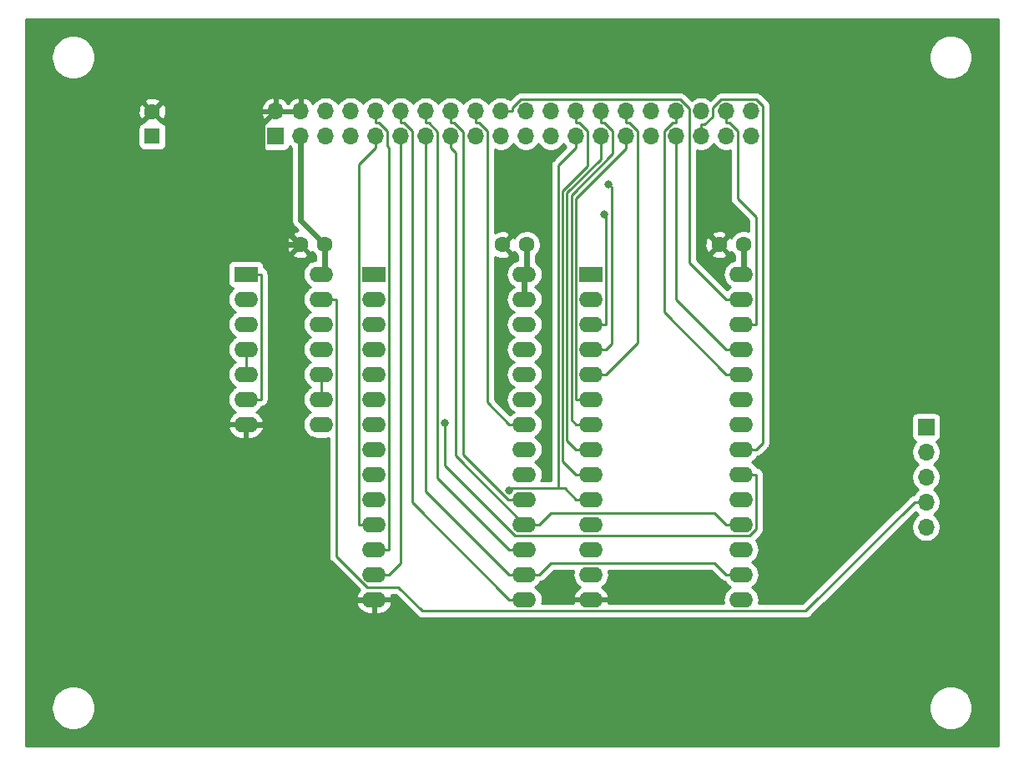
<source format=gbl>
G04 #@! TF.GenerationSoftware,KiCad,Pcbnew,(5.1.10-1-10_14)*
G04 #@! TF.CreationDate,2021-12-05T14:44:45+09:00*
G04 #@! TF.ProjectId,KZ80-MSXMEM,4b5a3830-2d4d-4535-984d-454d2e6b6963,rev?*
G04 #@! TF.SameCoordinates,PX8f0d180PY7735940*
G04 #@! TF.FileFunction,Copper,L2,Bot*
G04 #@! TF.FilePolarity,Positive*
%FSLAX46Y46*%
G04 Gerber Fmt 4.6, Leading zero omitted, Abs format (unit mm)*
G04 Created by KiCad (PCBNEW (5.1.10-1-10_14)) date 2021-12-05 14:44:45*
%MOMM*%
%LPD*%
G01*
G04 APERTURE LIST*
G04 #@! TA.AperFunction,ComponentPad*
%ADD10O,2.400000X1.600000*%
G04 #@! TD*
G04 #@! TA.AperFunction,ComponentPad*
%ADD11R,2.400000X1.600000*%
G04 #@! TD*
G04 #@! TA.AperFunction,ComponentPad*
%ADD12O,1.700000X1.700000*%
G04 #@! TD*
G04 #@! TA.AperFunction,ComponentPad*
%ADD13R,1.700000X1.700000*%
G04 #@! TD*
G04 #@! TA.AperFunction,ComponentPad*
%ADD14C,1.600000*%
G04 #@! TD*
G04 #@! TA.AperFunction,ComponentPad*
%ADD15R,1.600000X1.600000*%
G04 #@! TD*
G04 #@! TA.AperFunction,ViaPad*
%ADD16C,0.800000*%
G04 #@! TD*
G04 #@! TA.AperFunction,Conductor*
%ADD17C,0.600000*%
G04 #@! TD*
G04 #@! TA.AperFunction,Conductor*
%ADD18C,0.250000*%
G04 #@! TD*
G04 #@! TA.AperFunction,Conductor*
%ADD19C,0.254000*%
G04 #@! TD*
G04 #@! TA.AperFunction,Conductor*
%ADD20C,0.100000*%
G04 #@! TD*
G04 APERTURE END LIST*
D10*
X51240000Y48500000D03*
X36000000Y15480000D03*
X51240000Y45960000D03*
X36000000Y18020000D03*
X51240000Y43420000D03*
X36000000Y20560000D03*
X51240000Y40880000D03*
X36000000Y23100000D03*
X51240000Y38340000D03*
X36000000Y25640000D03*
X51240000Y35800000D03*
X36000000Y28180000D03*
X51240000Y33260000D03*
X36000000Y30720000D03*
X51240000Y30720000D03*
X36000000Y33260000D03*
X51240000Y28180000D03*
X36000000Y35800000D03*
X51240000Y25640000D03*
X36000000Y38340000D03*
X51240000Y23100000D03*
X36000000Y40880000D03*
X51240000Y20560000D03*
X36000000Y43420000D03*
X51240000Y18020000D03*
X36000000Y45960000D03*
X51240000Y15480000D03*
D11*
X36000000Y48500000D03*
D10*
X73240000Y48500000D03*
X58000000Y15480000D03*
X73240000Y45960000D03*
X58000000Y18020000D03*
X73240000Y43420000D03*
X58000000Y20560000D03*
X73240000Y40880000D03*
X58000000Y23100000D03*
X73240000Y38340000D03*
X58000000Y25640000D03*
X73240000Y35800000D03*
X58000000Y28180000D03*
X73240000Y33260000D03*
X58000000Y30720000D03*
X73240000Y30720000D03*
X58000000Y33260000D03*
X73240000Y28180000D03*
X58000000Y35800000D03*
X73240000Y25640000D03*
X58000000Y38340000D03*
X73240000Y23100000D03*
X58000000Y40880000D03*
X73240000Y20560000D03*
X58000000Y43420000D03*
X73240000Y18020000D03*
X58000000Y45960000D03*
X73240000Y15480000D03*
D11*
X58000000Y48500000D03*
D10*
X30620000Y48500000D03*
X23000000Y33260000D03*
X30620000Y45960000D03*
X23000000Y35800000D03*
X30620000Y43420000D03*
X23000000Y38340000D03*
X30620000Y40880000D03*
X23000000Y40880000D03*
X30620000Y38340000D03*
X23000000Y43420000D03*
X30620000Y35800000D03*
X23000000Y45960000D03*
X30620000Y33260000D03*
D11*
X23000000Y48500000D03*
D12*
X92000000Y22840000D03*
X92000000Y25380000D03*
X92000000Y27920000D03*
X92000000Y30460000D03*
D13*
X92000000Y33000000D03*
D12*
X74260000Y65040000D03*
X74260000Y62500000D03*
X71720000Y65040000D03*
X71720000Y62500000D03*
X69180000Y65040000D03*
X69180000Y62500000D03*
X66640000Y65040000D03*
X66640000Y62500000D03*
X64100000Y65040000D03*
X64100000Y62500000D03*
X61560000Y65040000D03*
X61560000Y62500000D03*
X59020000Y65040000D03*
X59020000Y62500000D03*
X56480000Y65040000D03*
X56480000Y62500000D03*
X53940000Y65040000D03*
X53940000Y62500000D03*
X51400000Y65040000D03*
X51400000Y62500000D03*
X48860000Y65040000D03*
X48860000Y62500000D03*
X46320000Y65040000D03*
X46320000Y62500000D03*
X43780000Y65040000D03*
X43780000Y62500000D03*
X41240000Y65040000D03*
X41240000Y62500000D03*
X38700000Y65040000D03*
X38700000Y62500000D03*
X36160000Y65040000D03*
X36160000Y62500000D03*
X33620000Y65040000D03*
X33620000Y62500000D03*
X31080000Y65040000D03*
X31080000Y62500000D03*
X28540000Y65040000D03*
X28540000Y62500000D03*
X26000000Y65040000D03*
D13*
X26000000Y62500000D03*
D14*
X51500000Y51500000D03*
X49000000Y51500000D03*
X73500000Y51500000D03*
X71000000Y51500000D03*
X13500000Y65000000D03*
D15*
X13500000Y62500000D03*
D14*
X31000000Y51500000D03*
X28500000Y51500000D03*
D16*
X59360600Y54594100D03*
X59791400Y57633300D03*
X49744700Y26562100D03*
X43191000Y33376700D03*
D17*
X31000000Y51500000D02*
X28540000Y53960000D01*
X28540000Y53960000D02*
X28540000Y62500000D01*
X73500000Y51500000D02*
X73500000Y48760000D01*
X73500000Y48760000D02*
X73240000Y48500000D01*
X51240000Y45960000D02*
X51240000Y48500000D01*
X30620000Y48500000D02*
X31000000Y48880000D01*
X31000000Y48880000D02*
X31000000Y51500000D01*
X51500000Y51500000D02*
X51500000Y48760000D01*
X51500000Y48760000D02*
X51240000Y48500000D01*
X25520300Y33260000D02*
X25520300Y24259400D01*
X25520300Y24259400D02*
X34299700Y15480000D01*
X27035200Y51500000D02*
X27035200Y34774900D01*
X27035200Y34774900D02*
X25520300Y33260000D01*
X25520300Y33260000D02*
X24700300Y33260000D01*
X36000000Y15480000D02*
X34299700Y15480000D01*
X26000000Y65040000D02*
X24649600Y63689600D01*
X24649600Y63689600D02*
X24649600Y53885600D01*
X24649600Y53885600D02*
X27035200Y51500000D01*
X27035200Y51500000D02*
X28500000Y51500000D01*
X23000000Y33260000D02*
X24700300Y33260000D01*
D18*
X30620000Y35800000D02*
X30620000Y38340000D01*
X74765300Y43420000D02*
X74765300Y54269800D01*
X74765300Y54269800D02*
X72895300Y56139800D01*
X72895300Y56139800D02*
X72895300Y63056800D01*
X72895300Y63056800D02*
X72087400Y63864700D01*
X72087400Y63864700D02*
X71720000Y63864700D01*
X71720000Y65040000D02*
X71720000Y63864700D01*
X73240000Y43420000D02*
X74765300Y43420000D01*
X74765300Y30720000D02*
X75448700Y31403400D01*
X75448700Y31403400D02*
X75448700Y65585800D01*
X75448700Y65585800D02*
X74797000Y66237500D01*
X74797000Y66237500D02*
X71226800Y66237500D01*
X71226800Y66237500D02*
X70355300Y65366000D01*
X70355300Y65366000D02*
X70355300Y64483200D01*
X70355300Y64483200D02*
X69547400Y63675300D01*
X69547400Y63675300D02*
X69180000Y63675300D01*
X73240000Y30720000D02*
X74765300Y30720000D01*
X69180000Y62500000D02*
X69180000Y63675300D01*
X73240000Y38340000D02*
X71714700Y38340000D01*
X66640000Y65040000D02*
X66640000Y63864700D01*
X66640000Y63864700D02*
X66272700Y63864700D01*
X66272700Y63864700D02*
X65435300Y63027300D01*
X65435300Y63027300D02*
X65435300Y44619400D01*
X65435300Y44619400D02*
X71714700Y38340000D01*
X71714700Y40880000D02*
X66640000Y45954700D01*
X66640000Y45954700D02*
X66640000Y62500000D01*
X73240000Y40880000D02*
X71714700Y40880000D01*
X58000000Y43420000D02*
X59525300Y43420000D01*
X59360600Y54594100D02*
X59525300Y54429400D01*
X59525300Y54429400D02*
X59525300Y43420000D01*
X59525300Y40880000D02*
X60092900Y41447600D01*
X60092900Y41447600D02*
X60092900Y57331800D01*
X60092900Y57331800D02*
X59791400Y57633300D01*
X58000000Y40880000D02*
X59525300Y40880000D01*
X58000000Y38340000D02*
X59525300Y38340000D01*
X61560000Y65040000D02*
X61560000Y63864700D01*
X61560000Y63864700D02*
X61927300Y63864700D01*
X61927300Y63864700D02*
X62742500Y63049500D01*
X62742500Y63049500D02*
X62742500Y41557200D01*
X62742500Y41557200D02*
X59525300Y38340000D01*
X58000000Y35800000D02*
X56474700Y35800000D01*
X61560000Y62500000D02*
X61560000Y61222800D01*
X61560000Y61222800D02*
X56474700Y56137500D01*
X56474700Y56137500D02*
X56474700Y35800000D01*
X59020000Y63864700D02*
X59387300Y63864700D01*
X59387300Y63864700D02*
X60238600Y63013400D01*
X60238600Y63013400D02*
X60238600Y60763300D01*
X60238600Y60763300D02*
X56024400Y56549100D01*
X56024400Y56549100D02*
X56024400Y33710300D01*
X56024400Y33710300D02*
X56474700Y33260000D01*
X58000000Y33260000D02*
X56474700Y33260000D01*
X59020000Y65040000D02*
X59020000Y63864700D01*
X59020000Y61324700D02*
X59020000Y60181600D01*
X59020000Y60181600D02*
X55574100Y56735700D01*
X55574100Y56735700D02*
X55574100Y31620600D01*
X55574100Y31620600D02*
X56474700Y30720000D01*
X58000000Y30720000D02*
X56474700Y30720000D01*
X59020000Y62500000D02*
X59020000Y61324700D01*
X56480000Y63864700D02*
X56847300Y63864700D01*
X56847300Y63864700D02*
X57701500Y63010500D01*
X57701500Y63010500D02*
X57701500Y59500000D01*
X57701500Y59500000D02*
X55123800Y56922300D01*
X55123800Y56922300D02*
X55123800Y29530900D01*
X55123800Y29530900D02*
X56474700Y28180000D01*
X58000000Y28180000D02*
X56474700Y28180000D01*
X56480000Y65040000D02*
X56480000Y63864700D01*
X54673500Y26765400D02*
X49948000Y26765400D01*
X49948000Y26765400D02*
X49744700Y26562100D01*
X56474700Y25640000D02*
X55349300Y26765400D01*
X55349300Y26765400D02*
X54673500Y26765400D01*
X56480000Y61324700D02*
X54673500Y59518200D01*
X54673500Y59518200D02*
X54673500Y26765400D01*
X58000000Y25640000D02*
X56474700Y25640000D01*
X56480000Y62500000D02*
X56480000Y61324700D01*
X73240000Y45960000D02*
X71714700Y45960000D01*
X48860000Y65040000D02*
X50035300Y65040000D01*
X50035300Y65040000D02*
X50035300Y65407300D01*
X50035300Y65407300D02*
X50869300Y66241300D01*
X50869300Y66241300D02*
X67101200Y66241300D01*
X67101200Y66241300D02*
X67991900Y65350600D01*
X67991900Y65350600D02*
X67991900Y49682800D01*
X67991900Y49682800D02*
X71714700Y45960000D01*
X51240000Y33260000D02*
X49714700Y33260000D01*
X46320000Y65040000D02*
X46320000Y63864700D01*
X46320000Y63864700D02*
X46687400Y63864700D01*
X46687400Y63864700D02*
X47495300Y63056800D01*
X47495300Y63056800D02*
X47495300Y35479400D01*
X47495300Y35479400D02*
X49714700Y33260000D01*
X49714700Y25640000D02*
X49613600Y25640000D01*
X49613600Y25640000D02*
X45074900Y30178700D01*
X45074900Y30178700D02*
X45074900Y62935000D01*
X45074900Y62935000D02*
X44145200Y63864700D01*
X44145200Y63864700D02*
X43780000Y63864700D01*
X51240000Y25640000D02*
X49714700Y25640000D01*
X43780000Y65040000D02*
X43780000Y63864700D01*
X43780000Y62500000D02*
X43780000Y61324700D01*
X43780000Y61324700D02*
X44267200Y60837500D01*
X44267200Y60837500D02*
X44267200Y30072800D01*
X44267200Y30072800D02*
X51240000Y23100000D01*
X52765300Y23100000D02*
X53955800Y24290500D01*
X53955800Y24290500D02*
X70524200Y24290500D01*
X70524200Y24290500D02*
X71714700Y23100000D01*
X73240000Y23100000D02*
X71714700Y23100000D01*
X51240000Y23100000D02*
X52765300Y23100000D01*
X41240000Y63864700D02*
X41551600Y63864700D01*
X41551600Y63864700D02*
X42465700Y62950600D01*
X42465700Y62950600D02*
X42465700Y27809000D01*
X42465700Y27809000D02*
X49714700Y20560000D01*
X51240000Y20560000D02*
X49714700Y20560000D01*
X41240000Y65040000D02*
X41240000Y63864700D01*
X51240000Y18020000D02*
X49714700Y18020000D01*
X41240000Y62500000D02*
X41240000Y26494700D01*
X41240000Y26494700D02*
X49714700Y18020000D01*
X73240000Y18020000D02*
X71714700Y18020000D01*
X51240000Y18020000D02*
X52765300Y18020000D01*
X52765300Y18020000D02*
X53955800Y19210500D01*
X53955800Y19210500D02*
X70524200Y19210500D01*
X70524200Y19210500D02*
X71714700Y18020000D01*
X51240000Y15480000D02*
X49714700Y15480000D01*
X38700000Y65040000D02*
X38700000Y63864700D01*
X38700000Y63864700D02*
X39067400Y63864700D01*
X39067400Y63864700D02*
X39875300Y63056800D01*
X39875300Y63056800D02*
X39875300Y25319400D01*
X39875300Y25319400D02*
X49714700Y15480000D01*
X38700000Y62500000D02*
X38700000Y19194700D01*
X38700000Y19194700D02*
X37525300Y18020000D01*
X36000000Y18020000D02*
X37525300Y18020000D01*
X36000000Y20560000D02*
X37525300Y20560000D01*
X36160000Y65040000D02*
X36160000Y63864700D01*
X36160000Y63864700D02*
X36527400Y63864700D01*
X36527400Y63864700D02*
X37335300Y63056800D01*
X37335300Y63056800D02*
X37335300Y61514700D01*
X37335300Y61514700D02*
X37525300Y61324700D01*
X37525300Y61324700D02*
X37525300Y20560000D01*
X36000000Y23100000D02*
X34474700Y23100000D01*
X36160000Y62500000D02*
X36160000Y61324700D01*
X36160000Y61324700D02*
X34474700Y59639400D01*
X34474700Y59639400D02*
X34474700Y23100000D01*
X32145300Y45960000D02*
X32145300Y19882400D01*
X32145300Y19882400D02*
X35277700Y16750000D01*
X35277700Y16750000D02*
X38478400Y16750000D01*
X38478400Y16750000D02*
X40897000Y14331400D01*
X40897000Y14331400D02*
X79776100Y14331400D01*
X79776100Y14331400D02*
X90824700Y25380000D01*
X30620000Y45960000D02*
X32145300Y45960000D01*
X92000000Y25380000D02*
X90824700Y25380000D01*
X23000000Y40880000D02*
X23000000Y38340000D01*
X23000000Y35800000D02*
X24525300Y35800000D01*
X23000000Y48500000D02*
X24525300Y48500000D01*
X24525300Y48500000D02*
X24525300Y35800000D01*
X73240000Y28180000D02*
X74765300Y28180000D01*
X43191000Y33376700D02*
X43191000Y29087300D01*
X43191000Y29087300D02*
X50307300Y21971000D01*
X50307300Y21971000D02*
X74123400Y21971000D01*
X74123400Y21971000D02*
X74765300Y22612900D01*
X74765300Y22612900D02*
X74765300Y28180000D01*
D19*
X99340001Y660000D02*
X660000Y660000D01*
X660000Y4720128D01*
X3265000Y4720128D01*
X3265000Y4279872D01*
X3350890Y3848075D01*
X3519369Y3441331D01*
X3763962Y3075271D01*
X4075271Y2763962D01*
X4441331Y2519369D01*
X4848075Y2350890D01*
X5279872Y2265000D01*
X5720128Y2265000D01*
X6151925Y2350890D01*
X6558669Y2519369D01*
X6924729Y2763962D01*
X7236038Y3075271D01*
X7480631Y3441331D01*
X7649110Y3848075D01*
X7735000Y4279872D01*
X7735000Y4720128D01*
X92265000Y4720128D01*
X92265000Y4279872D01*
X92350890Y3848075D01*
X92519369Y3441331D01*
X92763962Y3075271D01*
X93075271Y2763962D01*
X93441331Y2519369D01*
X93848075Y2350890D01*
X94279872Y2265000D01*
X94720128Y2265000D01*
X95151925Y2350890D01*
X95558669Y2519369D01*
X95924729Y2763962D01*
X96236038Y3075271D01*
X96480631Y3441331D01*
X96649110Y3848075D01*
X96735000Y4279872D01*
X96735000Y4720128D01*
X96649110Y5151925D01*
X96480631Y5558669D01*
X96236038Y5924729D01*
X95924729Y6236038D01*
X95558669Y6480631D01*
X95151925Y6649110D01*
X94720128Y6735000D01*
X94279872Y6735000D01*
X93848075Y6649110D01*
X93441331Y6480631D01*
X93075271Y6236038D01*
X92763962Y5924729D01*
X92519369Y5558669D01*
X92350890Y5151925D01*
X92265000Y4720128D01*
X7735000Y4720128D01*
X7649110Y5151925D01*
X7480631Y5558669D01*
X7236038Y5924729D01*
X6924729Y6236038D01*
X6558669Y6480631D01*
X6151925Y6649110D01*
X5720128Y6735000D01*
X5279872Y6735000D01*
X4848075Y6649110D01*
X4441331Y6480631D01*
X4075271Y6236038D01*
X3763962Y5924729D01*
X3519369Y5558669D01*
X3350890Y5151925D01*
X3265000Y4720128D01*
X660000Y4720128D01*
X660000Y15130961D01*
X34208096Y15130961D01*
X34225633Y15048182D01*
X34336285Y14788354D01*
X34495500Y14555105D01*
X34697161Y14357399D01*
X34933517Y14202834D01*
X35195486Y14097350D01*
X35473000Y14045000D01*
X35873000Y14045000D01*
X35873000Y15353000D01*
X36127000Y15353000D01*
X36127000Y14045000D01*
X36527000Y14045000D01*
X36804514Y14097350D01*
X37066483Y14202834D01*
X37302839Y14357399D01*
X37504500Y14555105D01*
X37663715Y14788354D01*
X37774367Y15048182D01*
X37791904Y15130961D01*
X37669915Y15353000D01*
X36127000Y15353000D01*
X35873000Y15353000D01*
X34330085Y15353000D01*
X34208096Y15130961D01*
X660000Y15130961D01*
X660000Y32910961D01*
X21208096Y32910961D01*
X21225633Y32828182D01*
X21336285Y32568354D01*
X21495500Y32335105D01*
X21697161Y32137399D01*
X21933517Y31982834D01*
X22195486Y31877350D01*
X22473000Y31825000D01*
X22873000Y31825000D01*
X22873000Y33133000D01*
X23127000Y33133000D01*
X23127000Y31825000D01*
X23527000Y31825000D01*
X23804514Y31877350D01*
X24066483Y31982834D01*
X24302839Y32137399D01*
X24504500Y32335105D01*
X24663715Y32568354D01*
X24774367Y32828182D01*
X24791904Y32910961D01*
X24669915Y33133000D01*
X23127000Y33133000D01*
X22873000Y33133000D01*
X21330085Y33133000D01*
X21208096Y32910961D01*
X660000Y32910961D01*
X660000Y45960000D01*
X21158057Y45960000D01*
X21185764Y45678691D01*
X21267818Y45408192D01*
X21401068Y45158899D01*
X21580392Y44940392D01*
X21798899Y44761068D01*
X21931858Y44690000D01*
X21798899Y44618932D01*
X21580392Y44439608D01*
X21401068Y44221101D01*
X21267818Y43971808D01*
X21185764Y43701309D01*
X21158057Y43420000D01*
X21185764Y43138691D01*
X21267818Y42868192D01*
X21401068Y42618899D01*
X21580392Y42400392D01*
X21798899Y42221068D01*
X21931858Y42150000D01*
X21798899Y42078932D01*
X21580392Y41899608D01*
X21401068Y41681101D01*
X21267818Y41431808D01*
X21185764Y41161309D01*
X21158057Y40880000D01*
X21185764Y40598691D01*
X21267818Y40328192D01*
X21401068Y40078899D01*
X21580392Y39860392D01*
X21798899Y39681068D01*
X21931858Y39610000D01*
X21798899Y39538932D01*
X21580392Y39359608D01*
X21401068Y39141101D01*
X21267818Y38891808D01*
X21185764Y38621309D01*
X21158057Y38340000D01*
X21185764Y38058691D01*
X21267818Y37788192D01*
X21401068Y37538899D01*
X21580392Y37320392D01*
X21798899Y37141068D01*
X21931858Y37070000D01*
X21798899Y36998932D01*
X21580392Y36819608D01*
X21401068Y36601101D01*
X21267818Y36351808D01*
X21185764Y36081309D01*
X21158057Y35800000D01*
X21185764Y35518691D01*
X21267818Y35248192D01*
X21401068Y34998899D01*
X21580392Y34780392D01*
X21798899Y34601068D01*
X21926741Y34532735D01*
X21697161Y34382601D01*
X21495500Y34184895D01*
X21336285Y33951646D01*
X21225633Y33691818D01*
X21208096Y33609039D01*
X21330085Y33387000D01*
X22873000Y33387000D01*
X22873000Y33407000D01*
X23127000Y33407000D01*
X23127000Y33387000D01*
X24669915Y33387000D01*
X24791904Y33609039D01*
X24774367Y33691818D01*
X24663715Y33951646D01*
X24504500Y34184895D01*
X24302839Y34382601D01*
X24073259Y34532735D01*
X24201101Y34601068D01*
X24419608Y34780392D01*
X24598932Y34998899D01*
X24624139Y35046058D01*
X24674286Y35050997D01*
X24817547Y35094454D01*
X24949576Y35165026D01*
X25065301Y35259999D01*
X25160274Y35375724D01*
X25230846Y35507753D01*
X25274303Y35651014D01*
X25285300Y35762667D01*
X25285300Y35762668D01*
X25288977Y35800000D01*
X25285300Y35837333D01*
X25285300Y48462667D01*
X25288977Y48500000D01*
X25274303Y48648986D01*
X25230846Y48792247D01*
X25160274Y48924276D01*
X25065301Y49040001D01*
X24949576Y49134974D01*
X24838072Y49194575D01*
X24838072Y49300000D01*
X24825812Y49424482D01*
X24789502Y49544180D01*
X24730537Y49654494D01*
X24651185Y49751185D01*
X24554494Y49830537D01*
X24444180Y49889502D01*
X24324482Y49925812D01*
X24200000Y49938072D01*
X21800000Y49938072D01*
X21675518Y49925812D01*
X21555820Y49889502D01*
X21445506Y49830537D01*
X21348815Y49751185D01*
X21269463Y49654494D01*
X21210498Y49544180D01*
X21174188Y49424482D01*
X21161928Y49300000D01*
X21161928Y47700000D01*
X21174188Y47575518D01*
X21210498Y47455820D01*
X21269463Y47345506D01*
X21348815Y47248815D01*
X21445506Y47169463D01*
X21555820Y47110498D01*
X21675518Y47074188D01*
X21693482Y47072419D01*
X21580392Y46979608D01*
X21401068Y46761101D01*
X21267818Y46511808D01*
X21185764Y46241309D01*
X21158057Y45960000D01*
X660000Y45960000D01*
X660000Y50507298D01*
X27686903Y50507298D01*
X27758486Y50263329D01*
X28013996Y50142429D01*
X28288184Y50073700D01*
X28570512Y50059783D01*
X28850130Y50101213D01*
X29116292Y50196397D01*
X29241514Y50263329D01*
X29313097Y50507298D01*
X28500000Y51320395D01*
X27686903Y50507298D01*
X660000Y50507298D01*
X660000Y51429488D01*
X27059783Y51429488D01*
X27101213Y51149870D01*
X27196397Y50883708D01*
X27263329Y50758486D01*
X27507298Y50686903D01*
X28320395Y51500000D01*
X27507298Y52313097D01*
X27263329Y52241514D01*
X27142429Y51986004D01*
X27073700Y51711816D01*
X27059783Y51429488D01*
X660000Y51429488D01*
X660000Y63300000D01*
X12061928Y63300000D01*
X12061928Y61700000D01*
X12074188Y61575518D01*
X12110498Y61455820D01*
X12169463Y61345506D01*
X12248815Y61248815D01*
X12345506Y61169463D01*
X12455820Y61110498D01*
X12575518Y61074188D01*
X12700000Y61061928D01*
X14300000Y61061928D01*
X14424482Y61074188D01*
X14544180Y61110498D01*
X14654494Y61169463D01*
X14751185Y61248815D01*
X14830537Y61345506D01*
X14889502Y61455820D01*
X14925812Y61575518D01*
X14938072Y61700000D01*
X14938072Y63300000D01*
X14933148Y63350000D01*
X24511928Y63350000D01*
X24511928Y61650000D01*
X24524188Y61525518D01*
X24560498Y61405820D01*
X24619463Y61295506D01*
X24698815Y61198815D01*
X24795506Y61119463D01*
X24905820Y61060498D01*
X25025518Y61024188D01*
X25150000Y61011928D01*
X26850000Y61011928D01*
X26974482Y61024188D01*
X27094180Y61060498D01*
X27204494Y61119463D01*
X27301185Y61198815D01*
X27380537Y61295506D01*
X27439502Y61405820D01*
X27461513Y61478380D01*
X27593368Y61346525D01*
X27605001Y61338752D01*
X27605000Y54005932D01*
X27600476Y53960000D01*
X27605000Y53914069D01*
X27618529Y53776709D01*
X27671993Y53600461D01*
X27758814Y53438029D01*
X27875656Y53295656D01*
X27911341Y53266370D01*
X28262270Y52915441D01*
X28149870Y52898787D01*
X27883708Y52803603D01*
X27758486Y52736671D01*
X27686903Y52492702D01*
X28500000Y51679605D01*
X28514143Y51693747D01*
X28693748Y51514142D01*
X28679605Y51500000D01*
X29492702Y50686903D01*
X29736671Y50758486D01*
X29750324Y50787341D01*
X29885363Y50585241D01*
X30065001Y50405603D01*
X30065000Y49926677D01*
X29938691Y49914236D01*
X29668192Y49832182D01*
X29418899Y49698932D01*
X29200392Y49519608D01*
X29021068Y49301101D01*
X28887818Y49051808D01*
X28805764Y48781309D01*
X28778057Y48500000D01*
X28805764Y48218691D01*
X28887818Y47948192D01*
X29021068Y47698899D01*
X29200392Y47480392D01*
X29418899Y47301068D01*
X29551858Y47230000D01*
X29418899Y47158932D01*
X29200392Y46979608D01*
X29021068Y46761101D01*
X28887818Y46511808D01*
X28805764Y46241309D01*
X28778057Y45960000D01*
X28805764Y45678691D01*
X28887818Y45408192D01*
X29021068Y45158899D01*
X29200392Y44940392D01*
X29418899Y44761068D01*
X29551858Y44690000D01*
X29418899Y44618932D01*
X29200392Y44439608D01*
X29021068Y44221101D01*
X28887818Y43971808D01*
X28805764Y43701309D01*
X28778057Y43420000D01*
X28805764Y43138691D01*
X28887818Y42868192D01*
X29021068Y42618899D01*
X29200392Y42400392D01*
X29418899Y42221068D01*
X29551858Y42150000D01*
X29418899Y42078932D01*
X29200392Y41899608D01*
X29021068Y41681101D01*
X28887818Y41431808D01*
X28805764Y41161309D01*
X28778057Y40880000D01*
X28805764Y40598691D01*
X28887818Y40328192D01*
X29021068Y40078899D01*
X29200392Y39860392D01*
X29418899Y39681068D01*
X29551858Y39610000D01*
X29418899Y39538932D01*
X29200392Y39359608D01*
X29021068Y39141101D01*
X28887818Y38891808D01*
X28805764Y38621309D01*
X28778057Y38340000D01*
X28805764Y38058691D01*
X28887818Y37788192D01*
X29021068Y37538899D01*
X29200392Y37320392D01*
X29418899Y37141068D01*
X29551858Y37070000D01*
X29418899Y36998932D01*
X29200392Y36819608D01*
X29021068Y36601101D01*
X28887818Y36351808D01*
X28805764Y36081309D01*
X28778057Y35800000D01*
X28805764Y35518691D01*
X28887818Y35248192D01*
X29021068Y34998899D01*
X29200392Y34780392D01*
X29418899Y34601068D01*
X29551858Y34530000D01*
X29418899Y34458932D01*
X29200392Y34279608D01*
X29021068Y34061101D01*
X28887818Y33811808D01*
X28805764Y33541309D01*
X28778057Y33260000D01*
X28805764Y32978691D01*
X28887818Y32708192D01*
X29021068Y32458899D01*
X29200392Y32240392D01*
X29418899Y32061068D01*
X29668192Y31927818D01*
X29938691Y31845764D01*
X30149508Y31825000D01*
X31090492Y31825000D01*
X31301309Y31845764D01*
X31385301Y31871242D01*
X31385301Y19919733D01*
X31381624Y19882400D01*
X31396298Y19733415D01*
X31439754Y19590154D01*
X31510326Y19458124D01*
X31529931Y19434236D01*
X31605300Y19342399D01*
X31634298Y19318601D01*
X34522012Y16430887D01*
X34495500Y16404895D01*
X34336285Y16171646D01*
X34225633Y15911818D01*
X34208096Y15829039D01*
X34330085Y15607000D01*
X35873000Y15607000D01*
X35873000Y15627000D01*
X36127000Y15627000D01*
X36127000Y15607000D01*
X37669915Y15607000D01*
X37791904Y15829039D01*
X37774367Y15911818D01*
X37741072Y15990000D01*
X38163599Y15990000D01*
X40333201Y13820397D01*
X40356999Y13791399D01*
X40385997Y13767601D01*
X40472723Y13696426D01*
X40604753Y13625854D01*
X40748014Y13582397D01*
X40859667Y13571400D01*
X40859677Y13571400D01*
X40897000Y13567724D01*
X40934323Y13571400D01*
X79738778Y13571400D01*
X79776100Y13567724D01*
X79813422Y13571400D01*
X79813433Y13571400D01*
X79925086Y13582397D01*
X80068347Y13625854D01*
X80200376Y13696426D01*
X80316101Y13791399D01*
X80339904Y13820403D01*
X90899697Y24380196D01*
X91053368Y24226525D01*
X91227760Y24110000D01*
X91053368Y23993475D01*
X90846525Y23786632D01*
X90684010Y23543411D01*
X90572068Y23273158D01*
X90515000Y22986260D01*
X90515000Y22693740D01*
X90572068Y22406842D01*
X90684010Y22136589D01*
X90846525Y21893368D01*
X91053368Y21686525D01*
X91296589Y21524010D01*
X91566842Y21412068D01*
X91853740Y21355000D01*
X92146260Y21355000D01*
X92433158Y21412068D01*
X92703411Y21524010D01*
X92946632Y21686525D01*
X93153475Y21893368D01*
X93315990Y22136589D01*
X93427932Y22406842D01*
X93485000Y22693740D01*
X93485000Y22986260D01*
X93427932Y23273158D01*
X93315990Y23543411D01*
X93153475Y23786632D01*
X92946632Y23993475D01*
X92772240Y24110000D01*
X92946632Y24226525D01*
X93153475Y24433368D01*
X93315990Y24676589D01*
X93427932Y24946842D01*
X93485000Y25233740D01*
X93485000Y25526260D01*
X93427932Y25813158D01*
X93315990Y26083411D01*
X93153475Y26326632D01*
X92946632Y26533475D01*
X92772240Y26650000D01*
X92946632Y26766525D01*
X93153475Y26973368D01*
X93315990Y27216589D01*
X93427932Y27486842D01*
X93485000Y27773740D01*
X93485000Y28066260D01*
X93427932Y28353158D01*
X93315990Y28623411D01*
X93153475Y28866632D01*
X92946632Y29073475D01*
X92772240Y29190000D01*
X92946632Y29306525D01*
X93153475Y29513368D01*
X93315990Y29756589D01*
X93427932Y30026842D01*
X93485000Y30313740D01*
X93485000Y30606260D01*
X93427932Y30893158D01*
X93315990Y31163411D01*
X93153475Y31406632D01*
X93021620Y31538487D01*
X93094180Y31560498D01*
X93204494Y31619463D01*
X93301185Y31698815D01*
X93380537Y31795506D01*
X93439502Y31905820D01*
X93475812Y32025518D01*
X93488072Y32150000D01*
X93488072Y33850000D01*
X93475812Y33974482D01*
X93439502Y34094180D01*
X93380537Y34204494D01*
X93301185Y34301185D01*
X93204494Y34380537D01*
X93094180Y34439502D01*
X92974482Y34475812D01*
X92850000Y34488072D01*
X91150000Y34488072D01*
X91025518Y34475812D01*
X90905820Y34439502D01*
X90795506Y34380537D01*
X90698815Y34301185D01*
X90619463Y34204494D01*
X90560498Y34094180D01*
X90524188Y33974482D01*
X90511928Y33850000D01*
X90511928Y32150000D01*
X90524188Y32025518D01*
X90560498Y31905820D01*
X90619463Y31795506D01*
X90698815Y31698815D01*
X90795506Y31619463D01*
X90905820Y31560498D01*
X90978380Y31538487D01*
X90846525Y31406632D01*
X90684010Y31163411D01*
X90572068Y30893158D01*
X90515000Y30606260D01*
X90515000Y30313740D01*
X90572068Y30026842D01*
X90684010Y29756589D01*
X90846525Y29513368D01*
X91053368Y29306525D01*
X91227760Y29190000D01*
X91053368Y29073475D01*
X90846525Y28866632D01*
X90684010Y28623411D01*
X90572068Y28353158D01*
X90515000Y28066260D01*
X90515000Y27773740D01*
X90572068Y27486842D01*
X90684010Y27216589D01*
X90846525Y26973368D01*
X91053368Y26766525D01*
X91227760Y26650000D01*
X91053368Y26533475D01*
X90846525Y26326632D01*
X90717204Y26133089D01*
X90675714Y26129003D01*
X90532453Y26085546D01*
X90400423Y26014974D01*
X90362314Y25983698D01*
X90284699Y25920001D01*
X90260901Y25891003D01*
X79461299Y15091400D01*
X75021690Y15091400D01*
X75054236Y15198691D01*
X75081943Y15480000D01*
X75054236Y15761309D01*
X74972182Y16031808D01*
X74838932Y16281101D01*
X74659608Y16499608D01*
X74441101Y16678932D01*
X74308142Y16750000D01*
X74441101Y16821068D01*
X74659608Y17000392D01*
X74838932Y17218899D01*
X74972182Y17468192D01*
X75054236Y17738691D01*
X75081943Y18020000D01*
X75054236Y18301309D01*
X74972182Y18571808D01*
X74838932Y18821101D01*
X74659608Y19039608D01*
X74441101Y19218932D01*
X74308142Y19290000D01*
X74441101Y19361068D01*
X74659608Y19540392D01*
X74838932Y19758899D01*
X74972182Y20008192D01*
X75054236Y20278691D01*
X75081943Y20560000D01*
X75054236Y20841309D01*
X74972182Y21111808D01*
X74838932Y21361101D01*
X74725960Y21498758D01*
X75276304Y22049102D01*
X75305301Y22072899D01*
X75400274Y22188624D01*
X75470846Y22320653D01*
X75514303Y22463914D01*
X75525300Y22575567D01*
X75525300Y22575575D01*
X75528976Y22612900D01*
X75525300Y22650225D01*
X75525300Y28142667D01*
X75528977Y28180000D01*
X75514303Y28328986D01*
X75470846Y28472247D01*
X75400274Y28604276D01*
X75305301Y28720001D01*
X75189576Y28814974D01*
X75057547Y28885546D01*
X74914286Y28929003D01*
X74864139Y28933942D01*
X74838932Y28981101D01*
X74659608Y29199608D01*
X74441101Y29378932D01*
X74308142Y29450000D01*
X74441101Y29521068D01*
X74659608Y29700392D01*
X74838932Y29918899D01*
X74864139Y29966058D01*
X74914286Y29970997D01*
X75057547Y30014454D01*
X75189576Y30085026D01*
X75305301Y30179999D01*
X75329103Y30209002D01*
X75959704Y30839602D01*
X75988701Y30863399D01*
X76083674Y30979124D01*
X76154246Y31111153D01*
X76197703Y31254414D01*
X76208700Y31366067D01*
X76208700Y31366068D01*
X76212377Y31403400D01*
X76208700Y31440733D01*
X76208700Y65548478D01*
X76212376Y65585800D01*
X76208700Y65623123D01*
X76208700Y65623133D01*
X76197703Y65734786D01*
X76154246Y65878047D01*
X76118323Y65945254D01*
X76083674Y66010077D01*
X76012499Y66096803D01*
X75988701Y66125801D01*
X75959702Y66149600D01*
X75360803Y66748498D01*
X75337001Y66777501D01*
X75221276Y66872474D01*
X75089247Y66943046D01*
X74945986Y66986503D01*
X74834333Y66997500D01*
X74834322Y66997500D01*
X74797000Y67001176D01*
X74759678Y66997500D01*
X71264122Y66997500D01*
X71226799Y67001176D01*
X71189476Y66997500D01*
X71189467Y66997500D01*
X71077814Y66986503D01*
X70947080Y66946846D01*
X70934553Y66943046D01*
X70802523Y66872474D01*
X70720427Y66805099D01*
X70686799Y66777501D01*
X70663001Y66748503D01*
X70115447Y66200948D01*
X69883411Y66355990D01*
X69613158Y66467932D01*
X69326260Y66525000D01*
X69033740Y66525000D01*
X68746842Y66467932D01*
X68476589Y66355990D01*
X68233368Y66193475D01*
X68228597Y66188704D01*
X67665003Y66752298D01*
X67641201Y66781301D01*
X67525476Y66876274D01*
X67393447Y66946846D01*
X67250186Y66990303D01*
X67138533Y67001300D01*
X67138522Y67001300D01*
X67101200Y67004976D01*
X67063878Y67001300D01*
X50906622Y67001300D01*
X50869299Y67004976D01*
X50831976Y67001300D01*
X50831967Y67001300D01*
X50720314Y66990303D01*
X50577053Y66946846D01*
X50445023Y66876274D01*
X50361383Y66807632D01*
X50329299Y66781301D01*
X50305501Y66752302D01*
X49770690Y66217491D01*
X49563411Y66355990D01*
X49293158Y66467932D01*
X49006260Y66525000D01*
X48713740Y66525000D01*
X48426842Y66467932D01*
X48156589Y66355990D01*
X47913368Y66193475D01*
X47706525Y65986632D01*
X47590000Y65812240D01*
X47473475Y65986632D01*
X47266632Y66193475D01*
X47023411Y66355990D01*
X46753158Y66467932D01*
X46466260Y66525000D01*
X46173740Y66525000D01*
X45886842Y66467932D01*
X45616589Y66355990D01*
X45373368Y66193475D01*
X45166525Y65986632D01*
X45050000Y65812240D01*
X44933475Y65986632D01*
X44726632Y66193475D01*
X44483411Y66355990D01*
X44213158Y66467932D01*
X43926260Y66525000D01*
X43633740Y66525000D01*
X43346842Y66467932D01*
X43076589Y66355990D01*
X42833368Y66193475D01*
X42626525Y65986632D01*
X42510000Y65812240D01*
X42393475Y65986632D01*
X42186632Y66193475D01*
X41943411Y66355990D01*
X41673158Y66467932D01*
X41386260Y66525000D01*
X41093740Y66525000D01*
X40806842Y66467932D01*
X40536589Y66355990D01*
X40293368Y66193475D01*
X40086525Y65986632D01*
X39970000Y65812240D01*
X39853475Y65986632D01*
X39646632Y66193475D01*
X39403411Y66355990D01*
X39133158Y66467932D01*
X38846260Y66525000D01*
X38553740Y66525000D01*
X38266842Y66467932D01*
X37996589Y66355990D01*
X37753368Y66193475D01*
X37546525Y65986632D01*
X37430000Y65812240D01*
X37313475Y65986632D01*
X37106632Y66193475D01*
X36863411Y66355990D01*
X36593158Y66467932D01*
X36306260Y66525000D01*
X36013740Y66525000D01*
X35726842Y66467932D01*
X35456589Y66355990D01*
X35213368Y66193475D01*
X35006525Y65986632D01*
X34890000Y65812240D01*
X34773475Y65986632D01*
X34566632Y66193475D01*
X34323411Y66355990D01*
X34053158Y66467932D01*
X33766260Y66525000D01*
X33473740Y66525000D01*
X33186842Y66467932D01*
X32916589Y66355990D01*
X32673368Y66193475D01*
X32466525Y65986632D01*
X32350000Y65812240D01*
X32233475Y65986632D01*
X32026632Y66193475D01*
X31783411Y66355990D01*
X31513158Y66467932D01*
X31226260Y66525000D01*
X30933740Y66525000D01*
X30646842Y66467932D01*
X30376589Y66355990D01*
X30133368Y66193475D01*
X29926525Y65986632D01*
X29804805Y65804466D01*
X29735178Y65921355D01*
X29540269Y66137588D01*
X29306920Y66311641D01*
X29044099Y66436825D01*
X28896890Y66481476D01*
X28667000Y66360155D01*
X28667000Y65167000D01*
X28687000Y65167000D01*
X28687000Y64913000D01*
X28667000Y64913000D01*
X28667000Y64893000D01*
X28413000Y64893000D01*
X28413000Y64913000D01*
X26127000Y64913000D01*
X26127000Y64893000D01*
X25873000Y64893000D01*
X25873000Y64913000D01*
X24679186Y64913000D01*
X24558519Y64683109D01*
X24655843Y64408748D01*
X24804822Y64158645D01*
X24981626Y63962498D01*
X24905820Y63939502D01*
X24795506Y63880537D01*
X24698815Y63801185D01*
X24619463Y63704494D01*
X24560498Y63594180D01*
X24524188Y63474482D01*
X24511928Y63350000D01*
X14933148Y63350000D01*
X14925812Y63424482D01*
X14889502Y63544180D01*
X14830537Y63654494D01*
X14751185Y63751185D01*
X14654494Y63830537D01*
X14544180Y63889502D01*
X14424482Y63925812D01*
X14300000Y63938072D01*
X14292785Y63938072D01*
X14313097Y64007298D01*
X13500000Y64820395D01*
X12686903Y64007298D01*
X12707215Y63938072D01*
X12700000Y63938072D01*
X12575518Y63925812D01*
X12455820Y63889502D01*
X12345506Y63830537D01*
X12248815Y63751185D01*
X12169463Y63654494D01*
X12110498Y63544180D01*
X12074188Y63424482D01*
X12061928Y63300000D01*
X660000Y63300000D01*
X660000Y64929488D01*
X12059783Y64929488D01*
X12101213Y64649870D01*
X12196397Y64383708D01*
X12263329Y64258486D01*
X12507298Y64186903D01*
X13320395Y65000000D01*
X13679605Y65000000D01*
X14492702Y64186903D01*
X14736671Y64258486D01*
X14857571Y64513996D01*
X14926300Y64788184D01*
X14940217Y65070512D01*
X14898787Y65350130D01*
X14882065Y65396891D01*
X24558519Y65396891D01*
X24679186Y65167000D01*
X25873000Y65167000D01*
X25873000Y66360155D01*
X26127000Y66360155D01*
X26127000Y65167000D01*
X28413000Y65167000D01*
X28413000Y66360155D01*
X28183110Y66481476D01*
X28035901Y66436825D01*
X27773080Y66311641D01*
X27539731Y66137588D01*
X27344822Y65921355D01*
X27270000Y65795745D01*
X27195178Y65921355D01*
X27000269Y66137588D01*
X26766920Y66311641D01*
X26504099Y66436825D01*
X26356890Y66481476D01*
X26127000Y66360155D01*
X25873000Y66360155D01*
X25643110Y66481476D01*
X25495901Y66436825D01*
X25233080Y66311641D01*
X24999731Y66137588D01*
X24804822Y65921355D01*
X24655843Y65671252D01*
X24558519Y65396891D01*
X14882065Y65396891D01*
X14803603Y65616292D01*
X14736671Y65741514D01*
X14492702Y65813097D01*
X13679605Y65000000D01*
X13320395Y65000000D01*
X12507298Y65813097D01*
X12263329Y65741514D01*
X12142429Y65486004D01*
X12073700Y65211816D01*
X12059783Y64929488D01*
X660000Y64929488D01*
X660000Y65992702D01*
X12686903Y65992702D01*
X13500000Y65179605D01*
X14313097Y65992702D01*
X14241514Y66236671D01*
X13986004Y66357571D01*
X13711816Y66426300D01*
X13429488Y66440217D01*
X13149870Y66398787D01*
X12883708Y66303603D01*
X12758486Y66236671D01*
X12686903Y65992702D01*
X660000Y65992702D01*
X660000Y70720128D01*
X3265000Y70720128D01*
X3265000Y70279872D01*
X3350890Y69848075D01*
X3519369Y69441331D01*
X3763962Y69075271D01*
X4075271Y68763962D01*
X4441331Y68519369D01*
X4848075Y68350890D01*
X5279872Y68265000D01*
X5720128Y68265000D01*
X6151925Y68350890D01*
X6558669Y68519369D01*
X6924729Y68763962D01*
X7236038Y69075271D01*
X7480631Y69441331D01*
X7649110Y69848075D01*
X7735000Y70279872D01*
X7735000Y70720128D01*
X92265000Y70720128D01*
X92265000Y70279872D01*
X92350890Y69848075D01*
X92519369Y69441331D01*
X92763962Y69075271D01*
X93075271Y68763962D01*
X93441331Y68519369D01*
X93848075Y68350890D01*
X94279872Y68265000D01*
X94720128Y68265000D01*
X95151925Y68350890D01*
X95558669Y68519369D01*
X95924729Y68763962D01*
X96236038Y69075271D01*
X96480631Y69441331D01*
X96649110Y69848075D01*
X96735000Y70279872D01*
X96735000Y70720128D01*
X96649110Y71151925D01*
X96480631Y71558669D01*
X96236038Y71924729D01*
X95924729Y72236038D01*
X95558669Y72480631D01*
X95151925Y72649110D01*
X94720128Y72735000D01*
X94279872Y72735000D01*
X93848075Y72649110D01*
X93441331Y72480631D01*
X93075271Y72236038D01*
X92763962Y71924729D01*
X92519369Y71558669D01*
X92350890Y71151925D01*
X92265000Y70720128D01*
X7735000Y70720128D01*
X7649110Y71151925D01*
X7480631Y71558669D01*
X7236038Y71924729D01*
X6924729Y72236038D01*
X6558669Y72480631D01*
X6151925Y72649110D01*
X5720128Y72735000D01*
X5279872Y72735000D01*
X4848075Y72649110D01*
X4441331Y72480631D01*
X4075271Y72236038D01*
X3763962Y71924729D01*
X3519369Y71558669D01*
X3350890Y71151925D01*
X3265000Y70720128D01*
X660000Y70720128D01*
X660000Y74340000D01*
X99340000Y74340000D01*
X99340001Y660000D01*
G04 #@! TA.AperFunction,Conductor*
D20*
G36*
X99340001Y660000D02*
G01*
X660000Y660000D01*
X660000Y4720128D01*
X3265000Y4720128D01*
X3265000Y4279872D01*
X3350890Y3848075D01*
X3519369Y3441331D01*
X3763962Y3075271D01*
X4075271Y2763962D01*
X4441331Y2519369D01*
X4848075Y2350890D01*
X5279872Y2265000D01*
X5720128Y2265000D01*
X6151925Y2350890D01*
X6558669Y2519369D01*
X6924729Y2763962D01*
X7236038Y3075271D01*
X7480631Y3441331D01*
X7649110Y3848075D01*
X7735000Y4279872D01*
X7735000Y4720128D01*
X92265000Y4720128D01*
X92265000Y4279872D01*
X92350890Y3848075D01*
X92519369Y3441331D01*
X92763962Y3075271D01*
X93075271Y2763962D01*
X93441331Y2519369D01*
X93848075Y2350890D01*
X94279872Y2265000D01*
X94720128Y2265000D01*
X95151925Y2350890D01*
X95558669Y2519369D01*
X95924729Y2763962D01*
X96236038Y3075271D01*
X96480631Y3441331D01*
X96649110Y3848075D01*
X96735000Y4279872D01*
X96735000Y4720128D01*
X96649110Y5151925D01*
X96480631Y5558669D01*
X96236038Y5924729D01*
X95924729Y6236038D01*
X95558669Y6480631D01*
X95151925Y6649110D01*
X94720128Y6735000D01*
X94279872Y6735000D01*
X93848075Y6649110D01*
X93441331Y6480631D01*
X93075271Y6236038D01*
X92763962Y5924729D01*
X92519369Y5558669D01*
X92350890Y5151925D01*
X92265000Y4720128D01*
X7735000Y4720128D01*
X7649110Y5151925D01*
X7480631Y5558669D01*
X7236038Y5924729D01*
X6924729Y6236038D01*
X6558669Y6480631D01*
X6151925Y6649110D01*
X5720128Y6735000D01*
X5279872Y6735000D01*
X4848075Y6649110D01*
X4441331Y6480631D01*
X4075271Y6236038D01*
X3763962Y5924729D01*
X3519369Y5558669D01*
X3350890Y5151925D01*
X3265000Y4720128D01*
X660000Y4720128D01*
X660000Y15130961D01*
X34208096Y15130961D01*
X34225633Y15048182D01*
X34336285Y14788354D01*
X34495500Y14555105D01*
X34697161Y14357399D01*
X34933517Y14202834D01*
X35195486Y14097350D01*
X35473000Y14045000D01*
X35873000Y14045000D01*
X35873000Y15353000D01*
X36127000Y15353000D01*
X36127000Y14045000D01*
X36527000Y14045000D01*
X36804514Y14097350D01*
X37066483Y14202834D01*
X37302839Y14357399D01*
X37504500Y14555105D01*
X37663715Y14788354D01*
X37774367Y15048182D01*
X37791904Y15130961D01*
X37669915Y15353000D01*
X36127000Y15353000D01*
X35873000Y15353000D01*
X34330085Y15353000D01*
X34208096Y15130961D01*
X660000Y15130961D01*
X660000Y32910961D01*
X21208096Y32910961D01*
X21225633Y32828182D01*
X21336285Y32568354D01*
X21495500Y32335105D01*
X21697161Y32137399D01*
X21933517Y31982834D01*
X22195486Y31877350D01*
X22473000Y31825000D01*
X22873000Y31825000D01*
X22873000Y33133000D01*
X23127000Y33133000D01*
X23127000Y31825000D01*
X23527000Y31825000D01*
X23804514Y31877350D01*
X24066483Y31982834D01*
X24302839Y32137399D01*
X24504500Y32335105D01*
X24663715Y32568354D01*
X24774367Y32828182D01*
X24791904Y32910961D01*
X24669915Y33133000D01*
X23127000Y33133000D01*
X22873000Y33133000D01*
X21330085Y33133000D01*
X21208096Y32910961D01*
X660000Y32910961D01*
X660000Y45960000D01*
X21158057Y45960000D01*
X21185764Y45678691D01*
X21267818Y45408192D01*
X21401068Y45158899D01*
X21580392Y44940392D01*
X21798899Y44761068D01*
X21931858Y44690000D01*
X21798899Y44618932D01*
X21580392Y44439608D01*
X21401068Y44221101D01*
X21267818Y43971808D01*
X21185764Y43701309D01*
X21158057Y43420000D01*
X21185764Y43138691D01*
X21267818Y42868192D01*
X21401068Y42618899D01*
X21580392Y42400392D01*
X21798899Y42221068D01*
X21931858Y42150000D01*
X21798899Y42078932D01*
X21580392Y41899608D01*
X21401068Y41681101D01*
X21267818Y41431808D01*
X21185764Y41161309D01*
X21158057Y40880000D01*
X21185764Y40598691D01*
X21267818Y40328192D01*
X21401068Y40078899D01*
X21580392Y39860392D01*
X21798899Y39681068D01*
X21931858Y39610000D01*
X21798899Y39538932D01*
X21580392Y39359608D01*
X21401068Y39141101D01*
X21267818Y38891808D01*
X21185764Y38621309D01*
X21158057Y38340000D01*
X21185764Y38058691D01*
X21267818Y37788192D01*
X21401068Y37538899D01*
X21580392Y37320392D01*
X21798899Y37141068D01*
X21931858Y37070000D01*
X21798899Y36998932D01*
X21580392Y36819608D01*
X21401068Y36601101D01*
X21267818Y36351808D01*
X21185764Y36081309D01*
X21158057Y35800000D01*
X21185764Y35518691D01*
X21267818Y35248192D01*
X21401068Y34998899D01*
X21580392Y34780392D01*
X21798899Y34601068D01*
X21926741Y34532735D01*
X21697161Y34382601D01*
X21495500Y34184895D01*
X21336285Y33951646D01*
X21225633Y33691818D01*
X21208096Y33609039D01*
X21330085Y33387000D01*
X22873000Y33387000D01*
X22873000Y33407000D01*
X23127000Y33407000D01*
X23127000Y33387000D01*
X24669915Y33387000D01*
X24791904Y33609039D01*
X24774367Y33691818D01*
X24663715Y33951646D01*
X24504500Y34184895D01*
X24302839Y34382601D01*
X24073259Y34532735D01*
X24201101Y34601068D01*
X24419608Y34780392D01*
X24598932Y34998899D01*
X24624139Y35046058D01*
X24674286Y35050997D01*
X24817547Y35094454D01*
X24949576Y35165026D01*
X25065301Y35259999D01*
X25160274Y35375724D01*
X25230846Y35507753D01*
X25274303Y35651014D01*
X25285300Y35762667D01*
X25285300Y35762668D01*
X25288977Y35800000D01*
X25285300Y35837333D01*
X25285300Y48462667D01*
X25288977Y48500000D01*
X25274303Y48648986D01*
X25230846Y48792247D01*
X25160274Y48924276D01*
X25065301Y49040001D01*
X24949576Y49134974D01*
X24838072Y49194575D01*
X24838072Y49300000D01*
X24825812Y49424482D01*
X24789502Y49544180D01*
X24730537Y49654494D01*
X24651185Y49751185D01*
X24554494Y49830537D01*
X24444180Y49889502D01*
X24324482Y49925812D01*
X24200000Y49938072D01*
X21800000Y49938072D01*
X21675518Y49925812D01*
X21555820Y49889502D01*
X21445506Y49830537D01*
X21348815Y49751185D01*
X21269463Y49654494D01*
X21210498Y49544180D01*
X21174188Y49424482D01*
X21161928Y49300000D01*
X21161928Y47700000D01*
X21174188Y47575518D01*
X21210498Y47455820D01*
X21269463Y47345506D01*
X21348815Y47248815D01*
X21445506Y47169463D01*
X21555820Y47110498D01*
X21675518Y47074188D01*
X21693482Y47072419D01*
X21580392Y46979608D01*
X21401068Y46761101D01*
X21267818Y46511808D01*
X21185764Y46241309D01*
X21158057Y45960000D01*
X660000Y45960000D01*
X660000Y50507298D01*
X27686903Y50507298D01*
X27758486Y50263329D01*
X28013996Y50142429D01*
X28288184Y50073700D01*
X28570512Y50059783D01*
X28850130Y50101213D01*
X29116292Y50196397D01*
X29241514Y50263329D01*
X29313097Y50507298D01*
X28500000Y51320395D01*
X27686903Y50507298D01*
X660000Y50507298D01*
X660000Y51429488D01*
X27059783Y51429488D01*
X27101213Y51149870D01*
X27196397Y50883708D01*
X27263329Y50758486D01*
X27507298Y50686903D01*
X28320395Y51500000D01*
X27507298Y52313097D01*
X27263329Y52241514D01*
X27142429Y51986004D01*
X27073700Y51711816D01*
X27059783Y51429488D01*
X660000Y51429488D01*
X660000Y63300000D01*
X12061928Y63300000D01*
X12061928Y61700000D01*
X12074188Y61575518D01*
X12110498Y61455820D01*
X12169463Y61345506D01*
X12248815Y61248815D01*
X12345506Y61169463D01*
X12455820Y61110498D01*
X12575518Y61074188D01*
X12700000Y61061928D01*
X14300000Y61061928D01*
X14424482Y61074188D01*
X14544180Y61110498D01*
X14654494Y61169463D01*
X14751185Y61248815D01*
X14830537Y61345506D01*
X14889502Y61455820D01*
X14925812Y61575518D01*
X14938072Y61700000D01*
X14938072Y63300000D01*
X14933148Y63350000D01*
X24511928Y63350000D01*
X24511928Y61650000D01*
X24524188Y61525518D01*
X24560498Y61405820D01*
X24619463Y61295506D01*
X24698815Y61198815D01*
X24795506Y61119463D01*
X24905820Y61060498D01*
X25025518Y61024188D01*
X25150000Y61011928D01*
X26850000Y61011928D01*
X26974482Y61024188D01*
X27094180Y61060498D01*
X27204494Y61119463D01*
X27301185Y61198815D01*
X27380537Y61295506D01*
X27439502Y61405820D01*
X27461513Y61478380D01*
X27593368Y61346525D01*
X27605001Y61338752D01*
X27605000Y54005932D01*
X27600476Y53960000D01*
X27605000Y53914069D01*
X27618529Y53776709D01*
X27671993Y53600461D01*
X27758814Y53438029D01*
X27875656Y53295656D01*
X27911341Y53266370D01*
X28262270Y52915441D01*
X28149870Y52898787D01*
X27883708Y52803603D01*
X27758486Y52736671D01*
X27686903Y52492702D01*
X28500000Y51679605D01*
X28514143Y51693747D01*
X28693748Y51514142D01*
X28679605Y51500000D01*
X29492702Y50686903D01*
X29736671Y50758486D01*
X29750324Y50787341D01*
X29885363Y50585241D01*
X30065001Y50405603D01*
X30065000Y49926677D01*
X29938691Y49914236D01*
X29668192Y49832182D01*
X29418899Y49698932D01*
X29200392Y49519608D01*
X29021068Y49301101D01*
X28887818Y49051808D01*
X28805764Y48781309D01*
X28778057Y48500000D01*
X28805764Y48218691D01*
X28887818Y47948192D01*
X29021068Y47698899D01*
X29200392Y47480392D01*
X29418899Y47301068D01*
X29551858Y47230000D01*
X29418899Y47158932D01*
X29200392Y46979608D01*
X29021068Y46761101D01*
X28887818Y46511808D01*
X28805764Y46241309D01*
X28778057Y45960000D01*
X28805764Y45678691D01*
X28887818Y45408192D01*
X29021068Y45158899D01*
X29200392Y44940392D01*
X29418899Y44761068D01*
X29551858Y44690000D01*
X29418899Y44618932D01*
X29200392Y44439608D01*
X29021068Y44221101D01*
X28887818Y43971808D01*
X28805764Y43701309D01*
X28778057Y43420000D01*
X28805764Y43138691D01*
X28887818Y42868192D01*
X29021068Y42618899D01*
X29200392Y42400392D01*
X29418899Y42221068D01*
X29551858Y42150000D01*
X29418899Y42078932D01*
X29200392Y41899608D01*
X29021068Y41681101D01*
X28887818Y41431808D01*
X28805764Y41161309D01*
X28778057Y40880000D01*
X28805764Y40598691D01*
X28887818Y40328192D01*
X29021068Y40078899D01*
X29200392Y39860392D01*
X29418899Y39681068D01*
X29551858Y39610000D01*
X29418899Y39538932D01*
X29200392Y39359608D01*
X29021068Y39141101D01*
X28887818Y38891808D01*
X28805764Y38621309D01*
X28778057Y38340000D01*
X28805764Y38058691D01*
X28887818Y37788192D01*
X29021068Y37538899D01*
X29200392Y37320392D01*
X29418899Y37141068D01*
X29551858Y37070000D01*
X29418899Y36998932D01*
X29200392Y36819608D01*
X29021068Y36601101D01*
X28887818Y36351808D01*
X28805764Y36081309D01*
X28778057Y35800000D01*
X28805764Y35518691D01*
X28887818Y35248192D01*
X29021068Y34998899D01*
X29200392Y34780392D01*
X29418899Y34601068D01*
X29551858Y34530000D01*
X29418899Y34458932D01*
X29200392Y34279608D01*
X29021068Y34061101D01*
X28887818Y33811808D01*
X28805764Y33541309D01*
X28778057Y33260000D01*
X28805764Y32978691D01*
X28887818Y32708192D01*
X29021068Y32458899D01*
X29200392Y32240392D01*
X29418899Y32061068D01*
X29668192Y31927818D01*
X29938691Y31845764D01*
X30149508Y31825000D01*
X31090492Y31825000D01*
X31301309Y31845764D01*
X31385301Y31871242D01*
X31385301Y19919733D01*
X31381624Y19882400D01*
X31396298Y19733415D01*
X31439754Y19590154D01*
X31510326Y19458124D01*
X31529931Y19434236D01*
X31605300Y19342399D01*
X31634298Y19318601D01*
X34522012Y16430887D01*
X34495500Y16404895D01*
X34336285Y16171646D01*
X34225633Y15911818D01*
X34208096Y15829039D01*
X34330085Y15607000D01*
X35873000Y15607000D01*
X35873000Y15627000D01*
X36127000Y15627000D01*
X36127000Y15607000D01*
X37669915Y15607000D01*
X37791904Y15829039D01*
X37774367Y15911818D01*
X37741072Y15990000D01*
X38163599Y15990000D01*
X40333201Y13820397D01*
X40356999Y13791399D01*
X40385997Y13767601D01*
X40472723Y13696426D01*
X40604753Y13625854D01*
X40748014Y13582397D01*
X40859667Y13571400D01*
X40859677Y13571400D01*
X40897000Y13567724D01*
X40934323Y13571400D01*
X79738778Y13571400D01*
X79776100Y13567724D01*
X79813422Y13571400D01*
X79813433Y13571400D01*
X79925086Y13582397D01*
X80068347Y13625854D01*
X80200376Y13696426D01*
X80316101Y13791399D01*
X80339904Y13820403D01*
X90899697Y24380196D01*
X91053368Y24226525D01*
X91227760Y24110000D01*
X91053368Y23993475D01*
X90846525Y23786632D01*
X90684010Y23543411D01*
X90572068Y23273158D01*
X90515000Y22986260D01*
X90515000Y22693740D01*
X90572068Y22406842D01*
X90684010Y22136589D01*
X90846525Y21893368D01*
X91053368Y21686525D01*
X91296589Y21524010D01*
X91566842Y21412068D01*
X91853740Y21355000D01*
X92146260Y21355000D01*
X92433158Y21412068D01*
X92703411Y21524010D01*
X92946632Y21686525D01*
X93153475Y21893368D01*
X93315990Y22136589D01*
X93427932Y22406842D01*
X93485000Y22693740D01*
X93485000Y22986260D01*
X93427932Y23273158D01*
X93315990Y23543411D01*
X93153475Y23786632D01*
X92946632Y23993475D01*
X92772240Y24110000D01*
X92946632Y24226525D01*
X93153475Y24433368D01*
X93315990Y24676589D01*
X93427932Y24946842D01*
X93485000Y25233740D01*
X93485000Y25526260D01*
X93427932Y25813158D01*
X93315990Y26083411D01*
X93153475Y26326632D01*
X92946632Y26533475D01*
X92772240Y26650000D01*
X92946632Y26766525D01*
X93153475Y26973368D01*
X93315990Y27216589D01*
X93427932Y27486842D01*
X93485000Y27773740D01*
X93485000Y28066260D01*
X93427932Y28353158D01*
X93315990Y28623411D01*
X93153475Y28866632D01*
X92946632Y29073475D01*
X92772240Y29190000D01*
X92946632Y29306525D01*
X93153475Y29513368D01*
X93315990Y29756589D01*
X93427932Y30026842D01*
X93485000Y30313740D01*
X93485000Y30606260D01*
X93427932Y30893158D01*
X93315990Y31163411D01*
X93153475Y31406632D01*
X93021620Y31538487D01*
X93094180Y31560498D01*
X93204494Y31619463D01*
X93301185Y31698815D01*
X93380537Y31795506D01*
X93439502Y31905820D01*
X93475812Y32025518D01*
X93488072Y32150000D01*
X93488072Y33850000D01*
X93475812Y33974482D01*
X93439502Y34094180D01*
X93380537Y34204494D01*
X93301185Y34301185D01*
X93204494Y34380537D01*
X93094180Y34439502D01*
X92974482Y34475812D01*
X92850000Y34488072D01*
X91150000Y34488072D01*
X91025518Y34475812D01*
X90905820Y34439502D01*
X90795506Y34380537D01*
X90698815Y34301185D01*
X90619463Y34204494D01*
X90560498Y34094180D01*
X90524188Y33974482D01*
X90511928Y33850000D01*
X90511928Y32150000D01*
X90524188Y32025518D01*
X90560498Y31905820D01*
X90619463Y31795506D01*
X90698815Y31698815D01*
X90795506Y31619463D01*
X90905820Y31560498D01*
X90978380Y31538487D01*
X90846525Y31406632D01*
X90684010Y31163411D01*
X90572068Y30893158D01*
X90515000Y30606260D01*
X90515000Y30313740D01*
X90572068Y30026842D01*
X90684010Y29756589D01*
X90846525Y29513368D01*
X91053368Y29306525D01*
X91227760Y29190000D01*
X91053368Y29073475D01*
X90846525Y28866632D01*
X90684010Y28623411D01*
X90572068Y28353158D01*
X90515000Y28066260D01*
X90515000Y27773740D01*
X90572068Y27486842D01*
X90684010Y27216589D01*
X90846525Y26973368D01*
X91053368Y26766525D01*
X91227760Y26650000D01*
X91053368Y26533475D01*
X90846525Y26326632D01*
X90717204Y26133089D01*
X90675714Y26129003D01*
X90532453Y26085546D01*
X90400423Y26014974D01*
X90362314Y25983698D01*
X90284699Y25920001D01*
X90260901Y25891003D01*
X79461299Y15091400D01*
X75021690Y15091400D01*
X75054236Y15198691D01*
X75081943Y15480000D01*
X75054236Y15761309D01*
X74972182Y16031808D01*
X74838932Y16281101D01*
X74659608Y16499608D01*
X74441101Y16678932D01*
X74308142Y16750000D01*
X74441101Y16821068D01*
X74659608Y17000392D01*
X74838932Y17218899D01*
X74972182Y17468192D01*
X75054236Y17738691D01*
X75081943Y18020000D01*
X75054236Y18301309D01*
X74972182Y18571808D01*
X74838932Y18821101D01*
X74659608Y19039608D01*
X74441101Y19218932D01*
X74308142Y19290000D01*
X74441101Y19361068D01*
X74659608Y19540392D01*
X74838932Y19758899D01*
X74972182Y20008192D01*
X75054236Y20278691D01*
X75081943Y20560000D01*
X75054236Y20841309D01*
X74972182Y21111808D01*
X74838932Y21361101D01*
X74725960Y21498758D01*
X75276304Y22049102D01*
X75305301Y22072899D01*
X75400274Y22188624D01*
X75470846Y22320653D01*
X75514303Y22463914D01*
X75525300Y22575567D01*
X75525300Y22575575D01*
X75528976Y22612900D01*
X75525300Y22650225D01*
X75525300Y28142667D01*
X75528977Y28180000D01*
X75514303Y28328986D01*
X75470846Y28472247D01*
X75400274Y28604276D01*
X75305301Y28720001D01*
X75189576Y28814974D01*
X75057547Y28885546D01*
X74914286Y28929003D01*
X74864139Y28933942D01*
X74838932Y28981101D01*
X74659608Y29199608D01*
X74441101Y29378932D01*
X74308142Y29450000D01*
X74441101Y29521068D01*
X74659608Y29700392D01*
X74838932Y29918899D01*
X74864139Y29966058D01*
X74914286Y29970997D01*
X75057547Y30014454D01*
X75189576Y30085026D01*
X75305301Y30179999D01*
X75329103Y30209002D01*
X75959704Y30839602D01*
X75988701Y30863399D01*
X76083674Y30979124D01*
X76154246Y31111153D01*
X76197703Y31254414D01*
X76208700Y31366067D01*
X76208700Y31366068D01*
X76212377Y31403400D01*
X76208700Y31440733D01*
X76208700Y65548478D01*
X76212376Y65585800D01*
X76208700Y65623123D01*
X76208700Y65623133D01*
X76197703Y65734786D01*
X76154246Y65878047D01*
X76118323Y65945254D01*
X76083674Y66010077D01*
X76012499Y66096803D01*
X75988701Y66125801D01*
X75959702Y66149600D01*
X75360803Y66748498D01*
X75337001Y66777501D01*
X75221276Y66872474D01*
X75089247Y66943046D01*
X74945986Y66986503D01*
X74834333Y66997500D01*
X74834322Y66997500D01*
X74797000Y67001176D01*
X74759678Y66997500D01*
X71264122Y66997500D01*
X71226799Y67001176D01*
X71189476Y66997500D01*
X71189467Y66997500D01*
X71077814Y66986503D01*
X70947080Y66946846D01*
X70934553Y66943046D01*
X70802523Y66872474D01*
X70720427Y66805099D01*
X70686799Y66777501D01*
X70663001Y66748503D01*
X70115447Y66200948D01*
X69883411Y66355990D01*
X69613158Y66467932D01*
X69326260Y66525000D01*
X69033740Y66525000D01*
X68746842Y66467932D01*
X68476589Y66355990D01*
X68233368Y66193475D01*
X68228597Y66188704D01*
X67665003Y66752298D01*
X67641201Y66781301D01*
X67525476Y66876274D01*
X67393447Y66946846D01*
X67250186Y66990303D01*
X67138533Y67001300D01*
X67138522Y67001300D01*
X67101200Y67004976D01*
X67063878Y67001300D01*
X50906622Y67001300D01*
X50869299Y67004976D01*
X50831976Y67001300D01*
X50831967Y67001300D01*
X50720314Y66990303D01*
X50577053Y66946846D01*
X50445023Y66876274D01*
X50361383Y66807632D01*
X50329299Y66781301D01*
X50305501Y66752302D01*
X49770690Y66217491D01*
X49563411Y66355990D01*
X49293158Y66467932D01*
X49006260Y66525000D01*
X48713740Y66525000D01*
X48426842Y66467932D01*
X48156589Y66355990D01*
X47913368Y66193475D01*
X47706525Y65986632D01*
X47590000Y65812240D01*
X47473475Y65986632D01*
X47266632Y66193475D01*
X47023411Y66355990D01*
X46753158Y66467932D01*
X46466260Y66525000D01*
X46173740Y66525000D01*
X45886842Y66467932D01*
X45616589Y66355990D01*
X45373368Y66193475D01*
X45166525Y65986632D01*
X45050000Y65812240D01*
X44933475Y65986632D01*
X44726632Y66193475D01*
X44483411Y66355990D01*
X44213158Y66467932D01*
X43926260Y66525000D01*
X43633740Y66525000D01*
X43346842Y66467932D01*
X43076589Y66355990D01*
X42833368Y66193475D01*
X42626525Y65986632D01*
X42510000Y65812240D01*
X42393475Y65986632D01*
X42186632Y66193475D01*
X41943411Y66355990D01*
X41673158Y66467932D01*
X41386260Y66525000D01*
X41093740Y66525000D01*
X40806842Y66467932D01*
X40536589Y66355990D01*
X40293368Y66193475D01*
X40086525Y65986632D01*
X39970000Y65812240D01*
X39853475Y65986632D01*
X39646632Y66193475D01*
X39403411Y66355990D01*
X39133158Y66467932D01*
X38846260Y66525000D01*
X38553740Y66525000D01*
X38266842Y66467932D01*
X37996589Y66355990D01*
X37753368Y66193475D01*
X37546525Y65986632D01*
X37430000Y65812240D01*
X37313475Y65986632D01*
X37106632Y66193475D01*
X36863411Y66355990D01*
X36593158Y66467932D01*
X36306260Y66525000D01*
X36013740Y66525000D01*
X35726842Y66467932D01*
X35456589Y66355990D01*
X35213368Y66193475D01*
X35006525Y65986632D01*
X34890000Y65812240D01*
X34773475Y65986632D01*
X34566632Y66193475D01*
X34323411Y66355990D01*
X34053158Y66467932D01*
X33766260Y66525000D01*
X33473740Y66525000D01*
X33186842Y66467932D01*
X32916589Y66355990D01*
X32673368Y66193475D01*
X32466525Y65986632D01*
X32350000Y65812240D01*
X32233475Y65986632D01*
X32026632Y66193475D01*
X31783411Y66355990D01*
X31513158Y66467932D01*
X31226260Y66525000D01*
X30933740Y66525000D01*
X30646842Y66467932D01*
X30376589Y66355990D01*
X30133368Y66193475D01*
X29926525Y65986632D01*
X29804805Y65804466D01*
X29735178Y65921355D01*
X29540269Y66137588D01*
X29306920Y66311641D01*
X29044099Y66436825D01*
X28896890Y66481476D01*
X28667000Y66360155D01*
X28667000Y65167000D01*
X28687000Y65167000D01*
X28687000Y64913000D01*
X28667000Y64913000D01*
X28667000Y64893000D01*
X28413000Y64893000D01*
X28413000Y64913000D01*
X26127000Y64913000D01*
X26127000Y64893000D01*
X25873000Y64893000D01*
X25873000Y64913000D01*
X24679186Y64913000D01*
X24558519Y64683109D01*
X24655843Y64408748D01*
X24804822Y64158645D01*
X24981626Y63962498D01*
X24905820Y63939502D01*
X24795506Y63880537D01*
X24698815Y63801185D01*
X24619463Y63704494D01*
X24560498Y63594180D01*
X24524188Y63474482D01*
X24511928Y63350000D01*
X14933148Y63350000D01*
X14925812Y63424482D01*
X14889502Y63544180D01*
X14830537Y63654494D01*
X14751185Y63751185D01*
X14654494Y63830537D01*
X14544180Y63889502D01*
X14424482Y63925812D01*
X14300000Y63938072D01*
X14292785Y63938072D01*
X14313097Y64007298D01*
X13500000Y64820395D01*
X12686903Y64007298D01*
X12707215Y63938072D01*
X12700000Y63938072D01*
X12575518Y63925812D01*
X12455820Y63889502D01*
X12345506Y63830537D01*
X12248815Y63751185D01*
X12169463Y63654494D01*
X12110498Y63544180D01*
X12074188Y63424482D01*
X12061928Y63300000D01*
X660000Y63300000D01*
X660000Y64929488D01*
X12059783Y64929488D01*
X12101213Y64649870D01*
X12196397Y64383708D01*
X12263329Y64258486D01*
X12507298Y64186903D01*
X13320395Y65000000D01*
X13679605Y65000000D01*
X14492702Y64186903D01*
X14736671Y64258486D01*
X14857571Y64513996D01*
X14926300Y64788184D01*
X14940217Y65070512D01*
X14898787Y65350130D01*
X14882065Y65396891D01*
X24558519Y65396891D01*
X24679186Y65167000D01*
X25873000Y65167000D01*
X25873000Y66360155D01*
X26127000Y66360155D01*
X26127000Y65167000D01*
X28413000Y65167000D01*
X28413000Y66360155D01*
X28183110Y66481476D01*
X28035901Y66436825D01*
X27773080Y66311641D01*
X27539731Y66137588D01*
X27344822Y65921355D01*
X27270000Y65795745D01*
X27195178Y65921355D01*
X27000269Y66137588D01*
X26766920Y66311641D01*
X26504099Y66436825D01*
X26356890Y66481476D01*
X26127000Y66360155D01*
X25873000Y66360155D01*
X25643110Y66481476D01*
X25495901Y66436825D01*
X25233080Y66311641D01*
X24999731Y66137588D01*
X24804822Y65921355D01*
X24655843Y65671252D01*
X24558519Y65396891D01*
X14882065Y65396891D01*
X14803603Y65616292D01*
X14736671Y65741514D01*
X14492702Y65813097D01*
X13679605Y65000000D01*
X13320395Y65000000D01*
X12507298Y65813097D01*
X12263329Y65741514D01*
X12142429Y65486004D01*
X12073700Y65211816D01*
X12059783Y64929488D01*
X660000Y64929488D01*
X660000Y65992702D01*
X12686903Y65992702D01*
X13500000Y65179605D01*
X14313097Y65992702D01*
X14241514Y66236671D01*
X13986004Y66357571D01*
X13711816Y66426300D01*
X13429488Y66440217D01*
X13149870Y66398787D01*
X12883708Y66303603D01*
X12758486Y66236671D01*
X12686903Y65992702D01*
X660000Y65992702D01*
X660000Y70720128D01*
X3265000Y70720128D01*
X3265000Y70279872D01*
X3350890Y69848075D01*
X3519369Y69441331D01*
X3763962Y69075271D01*
X4075271Y68763962D01*
X4441331Y68519369D01*
X4848075Y68350890D01*
X5279872Y68265000D01*
X5720128Y68265000D01*
X6151925Y68350890D01*
X6558669Y68519369D01*
X6924729Y68763962D01*
X7236038Y69075271D01*
X7480631Y69441331D01*
X7649110Y69848075D01*
X7735000Y70279872D01*
X7735000Y70720128D01*
X92265000Y70720128D01*
X92265000Y70279872D01*
X92350890Y69848075D01*
X92519369Y69441331D01*
X92763962Y69075271D01*
X93075271Y68763962D01*
X93441331Y68519369D01*
X93848075Y68350890D01*
X94279872Y68265000D01*
X94720128Y68265000D01*
X95151925Y68350890D01*
X95558669Y68519369D01*
X95924729Y68763962D01*
X96236038Y69075271D01*
X96480631Y69441331D01*
X96649110Y69848075D01*
X96735000Y70279872D01*
X96735000Y70720128D01*
X96649110Y71151925D01*
X96480631Y71558669D01*
X96236038Y71924729D01*
X95924729Y72236038D01*
X95558669Y72480631D01*
X95151925Y72649110D01*
X94720128Y72735000D01*
X94279872Y72735000D01*
X93848075Y72649110D01*
X93441331Y72480631D01*
X93075271Y72236038D01*
X92763962Y71924729D01*
X92519369Y71558669D01*
X92350890Y71151925D01*
X92265000Y70720128D01*
X7735000Y70720128D01*
X7649110Y71151925D01*
X7480631Y71558669D01*
X7236038Y71924729D01*
X6924729Y72236038D01*
X6558669Y72480631D01*
X6151925Y72649110D01*
X5720128Y72735000D01*
X5279872Y72735000D01*
X4848075Y72649110D01*
X4441331Y72480631D01*
X4075271Y72236038D01*
X3763962Y71924729D01*
X3519369Y71558669D01*
X3350890Y71151925D01*
X3265000Y70720128D01*
X660000Y70720128D01*
X660000Y74340000D01*
X99340000Y74340000D01*
X99340001Y660000D01*
G37*
G04 #@! TD.AperFunction*
D19*
X56185764Y18301309D02*
X56158057Y18020000D01*
X56185764Y17738691D01*
X56267818Y17468192D01*
X56401068Y17218899D01*
X56580392Y17000392D01*
X56798899Y16821068D01*
X56926741Y16752735D01*
X56697161Y16602601D01*
X56495500Y16404895D01*
X56336285Y16171646D01*
X56225633Y15911818D01*
X56208096Y15829039D01*
X56330085Y15607000D01*
X57873000Y15607000D01*
X57873000Y15627000D01*
X58127000Y15627000D01*
X58127000Y15607000D01*
X59669915Y15607000D01*
X59791904Y15829039D01*
X59774367Y15911818D01*
X59663715Y16171646D01*
X59504500Y16404895D01*
X59302839Y16602601D01*
X59073259Y16752735D01*
X59201101Y16821068D01*
X59419608Y17000392D01*
X59598932Y17218899D01*
X59732182Y17468192D01*
X59814236Y17738691D01*
X59841943Y18020000D01*
X59814236Y18301309D01*
X59768980Y18450500D01*
X70209399Y18450500D01*
X71150901Y17508997D01*
X71174699Y17479999D01*
X71290424Y17385026D01*
X71422453Y17314454D01*
X71565714Y17270997D01*
X71615861Y17266058D01*
X71641068Y17218899D01*
X71820392Y17000392D01*
X72038899Y16821068D01*
X72171858Y16750000D01*
X72038899Y16678932D01*
X71820392Y16499608D01*
X71641068Y16281101D01*
X71507818Y16031808D01*
X71425764Y15761309D01*
X71398057Y15480000D01*
X71425764Y15198691D01*
X71458310Y15091400D01*
X59783523Y15091400D01*
X59791904Y15130961D01*
X59669915Y15353000D01*
X58127000Y15353000D01*
X58127000Y15333000D01*
X57873000Y15333000D01*
X57873000Y15353000D01*
X56330085Y15353000D01*
X56208096Y15130961D01*
X56216477Y15091400D01*
X53021690Y15091400D01*
X53054236Y15198691D01*
X53081943Y15480000D01*
X53054236Y15761309D01*
X52972182Y16031808D01*
X52838932Y16281101D01*
X52659608Y16499608D01*
X52441101Y16678932D01*
X52308142Y16750000D01*
X52441101Y16821068D01*
X52659608Y17000392D01*
X52838932Y17218899D01*
X52864139Y17266058D01*
X52914286Y17270997D01*
X53057547Y17314454D01*
X53189576Y17385026D01*
X53305301Y17479999D01*
X53329104Y17509003D01*
X54270602Y18450500D01*
X56231020Y18450500D01*
X56185764Y18301309D01*
G04 #@! TA.AperFunction,Conductor*
D20*
G36*
X56185764Y18301309D02*
G01*
X56158057Y18020000D01*
X56185764Y17738691D01*
X56267818Y17468192D01*
X56401068Y17218899D01*
X56580392Y17000392D01*
X56798899Y16821068D01*
X56926741Y16752735D01*
X56697161Y16602601D01*
X56495500Y16404895D01*
X56336285Y16171646D01*
X56225633Y15911818D01*
X56208096Y15829039D01*
X56330085Y15607000D01*
X57873000Y15607000D01*
X57873000Y15627000D01*
X58127000Y15627000D01*
X58127000Y15607000D01*
X59669915Y15607000D01*
X59791904Y15829039D01*
X59774367Y15911818D01*
X59663715Y16171646D01*
X59504500Y16404895D01*
X59302839Y16602601D01*
X59073259Y16752735D01*
X59201101Y16821068D01*
X59419608Y17000392D01*
X59598932Y17218899D01*
X59732182Y17468192D01*
X59814236Y17738691D01*
X59841943Y18020000D01*
X59814236Y18301309D01*
X59768980Y18450500D01*
X70209399Y18450500D01*
X71150901Y17508997D01*
X71174699Y17479999D01*
X71290424Y17385026D01*
X71422453Y17314454D01*
X71565714Y17270997D01*
X71615861Y17266058D01*
X71641068Y17218899D01*
X71820392Y17000392D01*
X72038899Y16821068D01*
X72171858Y16750000D01*
X72038899Y16678932D01*
X71820392Y16499608D01*
X71641068Y16281101D01*
X71507818Y16031808D01*
X71425764Y15761309D01*
X71398057Y15480000D01*
X71425764Y15198691D01*
X71458310Y15091400D01*
X59783523Y15091400D01*
X59791904Y15130961D01*
X59669915Y15353000D01*
X58127000Y15353000D01*
X58127000Y15333000D01*
X57873000Y15333000D01*
X57873000Y15353000D01*
X56330085Y15353000D01*
X56208096Y15130961D01*
X56216477Y15091400D01*
X53021690Y15091400D01*
X53054236Y15198691D01*
X53081943Y15480000D01*
X53054236Y15761309D01*
X52972182Y16031808D01*
X52838932Y16281101D01*
X52659608Y16499608D01*
X52441101Y16678932D01*
X52308142Y16750000D01*
X52441101Y16821068D01*
X52659608Y17000392D01*
X52838932Y17218899D01*
X52864139Y17266058D01*
X52914286Y17270997D01*
X53057547Y17314454D01*
X53189576Y17385026D01*
X53305301Y17479999D01*
X53329104Y17509003D01*
X54270602Y18450500D01*
X56231020Y18450500D01*
X56185764Y18301309D01*
G37*
G04 #@! TD.AperFunction*
D19*
X55326525Y61553368D02*
X55480196Y61399697D01*
X54162503Y60082004D01*
X54133499Y60058201D01*
X54085426Y59999623D01*
X54038526Y59942476D01*
X54010131Y59889353D01*
X53967954Y59810446D01*
X53924497Y59667185D01*
X53913500Y59555532D01*
X53913500Y59555522D01*
X53909824Y59518200D01*
X53913500Y59480878D01*
X53913501Y27525400D01*
X52917238Y27525400D01*
X52972182Y27628192D01*
X53054236Y27898691D01*
X53081943Y28180000D01*
X53054236Y28461309D01*
X52972182Y28731808D01*
X52838932Y28981101D01*
X52659608Y29199608D01*
X52441101Y29378932D01*
X52308142Y29450000D01*
X52441101Y29521068D01*
X52659608Y29700392D01*
X52838932Y29918899D01*
X52972182Y30168192D01*
X53054236Y30438691D01*
X53081943Y30720000D01*
X53054236Y31001309D01*
X52972182Y31271808D01*
X52838932Y31521101D01*
X52659608Y31739608D01*
X52441101Y31918932D01*
X52308142Y31990000D01*
X52441101Y32061068D01*
X52659608Y32240392D01*
X52838932Y32458899D01*
X52972182Y32708192D01*
X53054236Y32978691D01*
X53081943Y33260000D01*
X53054236Y33541309D01*
X52972182Y33811808D01*
X52838932Y34061101D01*
X52659608Y34279608D01*
X52441101Y34458932D01*
X52308142Y34530000D01*
X52441101Y34601068D01*
X52659608Y34780392D01*
X52838932Y34998899D01*
X52972182Y35248192D01*
X53054236Y35518691D01*
X53081943Y35800000D01*
X53054236Y36081309D01*
X52972182Y36351808D01*
X52838932Y36601101D01*
X52659608Y36819608D01*
X52441101Y36998932D01*
X52308142Y37070000D01*
X52441101Y37141068D01*
X52659608Y37320392D01*
X52838932Y37538899D01*
X52972182Y37788192D01*
X53054236Y38058691D01*
X53081943Y38340000D01*
X53054236Y38621309D01*
X52972182Y38891808D01*
X52838932Y39141101D01*
X52659608Y39359608D01*
X52441101Y39538932D01*
X52308142Y39610000D01*
X52441101Y39681068D01*
X52659608Y39860392D01*
X52838932Y40078899D01*
X52972182Y40328192D01*
X53054236Y40598691D01*
X53081943Y40880000D01*
X53054236Y41161309D01*
X52972182Y41431808D01*
X52838932Y41681101D01*
X52659608Y41899608D01*
X52441101Y42078932D01*
X52308142Y42150000D01*
X52441101Y42221068D01*
X52659608Y42400392D01*
X52838932Y42618899D01*
X52972182Y42868192D01*
X53054236Y43138691D01*
X53081943Y43420000D01*
X53054236Y43701309D01*
X52972182Y43971808D01*
X52838932Y44221101D01*
X52659608Y44439608D01*
X52441101Y44618932D01*
X52308142Y44690000D01*
X52441101Y44761068D01*
X52659608Y44940392D01*
X52838932Y45158899D01*
X52972182Y45408192D01*
X53054236Y45678691D01*
X53081943Y45960000D01*
X53054236Y46241309D01*
X52972182Y46511808D01*
X52838932Y46761101D01*
X52659608Y46979608D01*
X52441101Y47158932D01*
X52308142Y47230000D01*
X52441101Y47301068D01*
X52659608Y47480392D01*
X52838932Y47698899D01*
X52972182Y47948192D01*
X53054236Y48218691D01*
X53081943Y48500000D01*
X53054236Y48781309D01*
X52972182Y49051808D01*
X52838932Y49301101D01*
X52659608Y49519608D01*
X52441101Y49698932D01*
X52435000Y49702193D01*
X52435000Y50405604D01*
X52614637Y50585241D01*
X52771680Y50820273D01*
X52879853Y51081426D01*
X52935000Y51358665D01*
X52935000Y51641335D01*
X52879853Y51918574D01*
X52771680Y52179727D01*
X52614637Y52414759D01*
X52414759Y52614637D01*
X52179727Y52771680D01*
X51918574Y52879853D01*
X51641335Y52935000D01*
X51358665Y52935000D01*
X51081426Y52879853D01*
X50820273Y52771680D01*
X50585241Y52614637D01*
X50385363Y52414759D01*
X50251308Y52214131D01*
X50236671Y52241514D01*
X49992702Y52313097D01*
X49179605Y51500000D01*
X49992702Y50686903D01*
X50236671Y50758486D01*
X50250324Y50787341D01*
X50385363Y50585241D01*
X50565000Y50405604D01*
X50565001Y49914857D01*
X50558691Y49914236D01*
X50288192Y49832182D01*
X50038899Y49698932D01*
X49820392Y49519608D01*
X49641068Y49301101D01*
X49507818Y49051808D01*
X49425764Y48781309D01*
X49398057Y48500000D01*
X49425764Y48218691D01*
X49507818Y47948192D01*
X49641068Y47698899D01*
X49820392Y47480392D01*
X50038899Y47301068D01*
X50171858Y47230000D01*
X50038899Y47158932D01*
X49820392Y46979608D01*
X49641068Y46761101D01*
X49507818Y46511808D01*
X49425764Y46241309D01*
X49398057Y45960000D01*
X49425764Y45678691D01*
X49507818Y45408192D01*
X49641068Y45158899D01*
X49820392Y44940392D01*
X50038899Y44761068D01*
X50171858Y44690000D01*
X50038899Y44618932D01*
X49820392Y44439608D01*
X49641068Y44221101D01*
X49507818Y43971808D01*
X49425764Y43701309D01*
X49398057Y43420000D01*
X49425764Y43138691D01*
X49507818Y42868192D01*
X49641068Y42618899D01*
X49820392Y42400392D01*
X50038899Y42221068D01*
X50171858Y42150000D01*
X50038899Y42078932D01*
X49820392Y41899608D01*
X49641068Y41681101D01*
X49507818Y41431808D01*
X49425764Y41161309D01*
X49398057Y40880000D01*
X49425764Y40598691D01*
X49507818Y40328192D01*
X49641068Y40078899D01*
X49820392Y39860392D01*
X50038899Y39681068D01*
X50171858Y39610000D01*
X50038899Y39538932D01*
X49820392Y39359608D01*
X49641068Y39141101D01*
X49507818Y38891808D01*
X49425764Y38621309D01*
X49398057Y38340000D01*
X49425764Y38058691D01*
X49507818Y37788192D01*
X49641068Y37538899D01*
X49820392Y37320392D01*
X50038899Y37141068D01*
X50171858Y37070000D01*
X50038899Y36998932D01*
X49820392Y36819608D01*
X49641068Y36601101D01*
X49507818Y36351808D01*
X49425764Y36081309D01*
X49398057Y35800000D01*
X49425764Y35518691D01*
X49507818Y35248192D01*
X49641068Y34998899D01*
X49820392Y34780392D01*
X50038899Y34601068D01*
X50171858Y34530000D01*
X50038899Y34458932D01*
X49820392Y34279608D01*
X49797630Y34251872D01*
X48255300Y35794201D01*
X48255300Y50274188D01*
X48258486Y50263329D01*
X48513996Y50142429D01*
X48788184Y50073700D01*
X49070512Y50059783D01*
X49350130Y50101213D01*
X49616292Y50196397D01*
X49741514Y50263329D01*
X49813097Y50507298D01*
X49000000Y51320395D01*
X48985858Y51306252D01*
X48806253Y51485857D01*
X48820395Y51500000D01*
X48806253Y51514142D01*
X48985858Y51693747D01*
X49000000Y51679605D01*
X49813097Y52492702D01*
X49741514Y52736671D01*
X49486004Y52857571D01*
X49211816Y52926300D01*
X48929488Y52940217D01*
X48649870Y52898787D01*
X48383708Y52803603D01*
X48258486Y52736671D01*
X48255300Y52725812D01*
X48255300Y61143123D01*
X48426842Y61072068D01*
X48713740Y61015000D01*
X49006260Y61015000D01*
X49293158Y61072068D01*
X49563411Y61184010D01*
X49806632Y61346525D01*
X50013475Y61553368D01*
X50130000Y61727760D01*
X50246525Y61553368D01*
X50453368Y61346525D01*
X50696589Y61184010D01*
X50966842Y61072068D01*
X51253740Y61015000D01*
X51546260Y61015000D01*
X51833158Y61072068D01*
X52103411Y61184010D01*
X52346632Y61346525D01*
X52553475Y61553368D01*
X52670000Y61727760D01*
X52786525Y61553368D01*
X52993368Y61346525D01*
X53236589Y61184010D01*
X53506842Y61072068D01*
X53793740Y61015000D01*
X54086260Y61015000D01*
X54373158Y61072068D01*
X54643411Y61184010D01*
X54886632Y61346525D01*
X55093475Y61553368D01*
X55210000Y61727760D01*
X55326525Y61553368D01*
G04 #@! TA.AperFunction,Conductor*
D20*
G36*
X55326525Y61553368D02*
G01*
X55480196Y61399697D01*
X54162503Y60082004D01*
X54133499Y60058201D01*
X54085426Y59999623D01*
X54038526Y59942476D01*
X54010131Y59889353D01*
X53967954Y59810446D01*
X53924497Y59667185D01*
X53913500Y59555532D01*
X53913500Y59555522D01*
X53909824Y59518200D01*
X53913500Y59480878D01*
X53913501Y27525400D01*
X52917238Y27525400D01*
X52972182Y27628192D01*
X53054236Y27898691D01*
X53081943Y28180000D01*
X53054236Y28461309D01*
X52972182Y28731808D01*
X52838932Y28981101D01*
X52659608Y29199608D01*
X52441101Y29378932D01*
X52308142Y29450000D01*
X52441101Y29521068D01*
X52659608Y29700392D01*
X52838932Y29918899D01*
X52972182Y30168192D01*
X53054236Y30438691D01*
X53081943Y30720000D01*
X53054236Y31001309D01*
X52972182Y31271808D01*
X52838932Y31521101D01*
X52659608Y31739608D01*
X52441101Y31918932D01*
X52308142Y31990000D01*
X52441101Y32061068D01*
X52659608Y32240392D01*
X52838932Y32458899D01*
X52972182Y32708192D01*
X53054236Y32978691D01*
X53081943Y33260000D01*
X53054236Y33541309D01*
X52972182Y33811808D01*
X52838932Y34061101D01*
X52659608Y34279608D01*
X52441101Y34458932D01*
X52308142Y34530000D01*
X52441101Y34601068D01*
X52659608Y34780392D01*
X52838932Y34998899D01*
X52972182Y35248192D01*
X53054236Y35518691D01*
X53081943Y35800000D01*
X53054236Y36081309D01*
X52972182Y36351808D01*
X52838932Y36601101D01*
X52659608Y36819608D01*
X52441101Y36998932D01*
X52308142Y37070000D01*
X52441101Y37141068D01*
X52659608Y37320392D01*
X52838932Y37538899D01*
X52972182Y37788192D01*
X53054236Y38058691D01*
X53081943Y38340000D01*
X53054236Y38621309D01*
X52972182Y38891808D01*
X52838932Y39141101D01*
X52659608Y39359608D01*
X52441101Y39538932D01*
X52308142Y39610000D01*
X52441101Y39681068D01*
X52659608Y39860392D01*
X52838932Y40078899D01*
X52972182Y40328192D01*
X53054236Y40598691D01*
X53081943Y40880000D01*
X53054236Y41161309D01*
X52972182Y41431808D01*
X52838932Y41681101D01*
X52659608Y41899608D01*
X52441101Y42078932D01*
X52308142Y42150000D01*
X52441101Y42221068D01*
X52659608Y42400392D01*
X52838932Y42618899D01*
X52972182Y42868192D01*
X53054236Y43138691D01*
X53081943Y43420000D01*
X53054236Y43701309D01*
X52972182Y43971808D01*
X52838932Y44221101D01*
X52659608Y44439608D01*
X52441101Y44618932D01*
X52308142Y44690000D01*
X52441101Y44761068D01*
X52659608Y44940392D01*
X52838932Y45158899D01*
X52972182Y45408192D01*
X53054236Y45678691D01*
X53081943Y45960000D01*
X53054236Y46241309D01*
X52972182Y46511808D01*
X52838932Y46761101D01*
X52659608Y46979608D01*
X52441101Y47158932D01*
X52308142Y47230000D01*
X52441101Y47301068D01*
X52659608Y47480392D01*
X52838932Y47698899D01*
X52972182Y47948192D01*
X53054236Y48218691D01*
X53081943Y48500000D01*
X53054236Y48781309D01*
X52972182Y49051808D01*
X52838932Y49301101D01*
X52659608Y49519608D01*
X52441101Y49698932D01*
X52435000Y49702193D01*
X52435000Y50405604D01*
X52614637Y50585241D01*
X52771680Y50820273D01*
X52879853Y51081426D01*
X52935000Y51358665D01*
X52935000Y51641335D01*
X52879853Y51918574D01*
X52771680Y52179727D01*
X52614637Y52414759D01*
X52414759Y52614637D01*
X52179727Y52771680D01*
X51918574Y52879853D01*
X51641335Y52935000D01*
X51358665Y52935000D01*
X51081426Y52879853D01*
X50820273Y52771680D01*
X50585241Y52614637D01*
X50385363Y52414759D01*
X50251308Y52214131D01*
X50236671Y52241514D01*
X49992702Y52313097D01*
X49179605Y51500000D01*
X49992702Y50686903D01*
X50236671Y50758486D01*
X50250324Y50787341D01*
X50385363Y50585241D01*
X50565000Y50405604D01*
X50565001Y49914857D01*
X50558691Y49914236D01*
X50288192Y49832182D01*
X50038899Y49698932D01*
X49820392Y49519608D01*
X49641068Y49301101D01*
X49507818Y49051808D01*
X49425764Y48781309D01*
X49398057Y48500000D01*
X49425764Y48218691D01*
X49507818Y47948192D01*
X49641068Y47698899D01*
X49820392Y47480392D01*
X50038899Y47301068D01*
X50171858Y47230000D01*
X50038899Y47158932D01*
X49820392Y46979608D01*
X49641068Y46761101D01*
X49507818Y46511808D01*
X49425764Y46241309D01*
X49398057Y45960000D01*
X49425764Y45678691D01*
X49507818Y45408192D01*
X49641068Y45158899D01*
X49820392Y44940392D01*
X50038899Y44761068D01*
X50171858Y44690000D01*
X50038899Y44618932D01*
X49820392Y44439608D01*
X49641068Y44221101D01*
X49507818Y43971808D01*
X49425764Y43701309D01*
X49398057Y43420000D01*
X49425764Y43138691D01*
X49507818Y42868192D01*
X49641068Y42618899D01*
X49820392Y42400392D01*
X50038899Y42221068D01*
X50171858Y42150000D01*
X50038899Y42078932D01*
X49820392Y41899608D01*
X49641068Y41681101D01*
X49507818Y41431808D01*
X49425764Y41161309D01*
X49398057Y40880000D01*
X49425764Y40598691D01*
X49507818Y40328192D01*
X49641068Y40078899D01*
X49820392Y39860392D01*
X50038899Y39681068D01*
X50171858Y39610000D01*
X50038899Y39538932D01*
X49820392Y39359608D01*
X49641068Y39141101D01*
X49507818Y38891808D01*
X49425764Y38621309D01*
X49398057Y38340000D01*
X49425764Y38058691D01*
X49507818Y37788192D01*
X49641068Y37538899D01*
X49820392Y37320392D01*
X50038899Y37141068D01*
X50171858Y37070000D01*
X50038899Y36998932D01*
X49820392Y36819608D01*
X49641068Y36601101D01*
X49507818Y36351808D01*
X49425764Y36081309D01*
X49398057Y35800000D01*
X49425764Y35518691D01*
X49507818Y35248192D01*
X49641068Y34998899D01*
X49820392Y34780392D01*
X50038899Y34601068D01*
X50171858Y34530000D01*
X50038899Y34458932D01*
X49820392Y34279608D01*
X49797630Y34251872D01*
X48255300Y35794201D01*
X48255300Y50274188D01*
X48258486Y50263329D01*
X48513996Y50142429D01*
X48788184Y50073700D01*
X49070512Y50059783D01*
X49350130Y50101213D01*
X49616292Y50196397D01*
X49741514Y50263329D01*
X49813097Y50507298D01*
X49000000Y51320395D01*
X48985858Y51306252D01*
X48806253Y51485857D01*
X48820395Y51500000D01*
X48806253Y51514142D01*
X48985858Y51693747D01*
X49000000Y51679605D01*
X49813097Y52492702D01*
X49741514Y52736671D01*
X49486004Y52857571D01*
X49211816Y52926300D01*
X48929488Y52940217D01*
X48649870Y52898787D01*
X48383708Y52803603D01*
X48258486Y52736671D01*
X48255300Y52725812D01*
X48255300Y61143123D01*
X48426842Y61072068D01*
X48713740Y61015000D01*
X49006260Y61015000D01*
X49293158Y61072068D01*
X49563411Y61184010D01*
X49806632Y61346525D01*
X50013475Y61553368D01*
X50130000Y61727760D01*
X50246525Y61553368D01*
X50453368Y61346525D01*
X50696589Y61184010D01*
X50966842Y61072068D01*
X51253740Y61015000D01*
X51546260Y61015000D01*
X51833158Y61072068D01*
X52103411Y61184010D01*
X52346632Y61346525D01*
X52553475Y61553368D01*
X52670000Y61727760D01*
X52786525Y61553368D01*
X52993368Y61346525D01*
X53236589Y61184010D01*
X53506842Y61072068D01*
X53793740Y61015000D01*
X54086260Y61015000D01*
X54373158Y61072068D01*
X54643411Y61184010D01*
X54886632Y61346525D01*
X55093475Y61553368D01*
X55210000Y61727760D01*
X55326525Y61553368D01*
G37*
G04 #@! TD.AperFunction*
D19*
X70566525Y61553368D02*
X70773368Y61346525D01*
X71016589Y61184010D01*
X71286842Y61072068D01*
X71573740Y61015000D01*
X71866260Y61015000D01*
X72135301Y61068516D01*
X72135300Y56177123D01*
X72131624Y56139800D01*
X72135300Y56102478D01*
X72135300Y56102468D01*
X72146297Y55990815D01*
X72169560Y55914126D01*
X72189754Y55847554D01*
X72260326Y55715524D01*
X72262214Y55713224D01*
X72355299Y55599799D01*
X72384303Y55575996D01*
X74005301Y53954997D01*
X74005301Y52843930D01*
X73918574Y52879853D01*
X73641335Y52935000D01*
X73358665Y52935000D01*
X73081426Y52879853D01*
X72820273Y52771680D01*
X72585241Y52614637D01*
X72385363Y52414759D01*
X72251308Y52214131D01*
X72236671Y52241514D01*
X71992702Y52313097D01*
X71179605Y51500000D01*
X71992702Y50686903D01*
X72236671Y50758486D01*
X72250324Y50787341D01*
X72385363Y50585241D01*
X72565000Y50405604D01*
X72565001Y49914857D01*
X72558691Y49914236D01*
X72288192Y49832182D01*
X72038899Y49698932D01*
X71820392Y49519608D01*
X71641068Y49301101D01*
X71507818Y49051808D01*
X71425764Y48781309D01*
X71398057Y48500000D01*
X71425764Y48218691D01*
X71507818Y47948192D01*
X71641068Y47698899D01*
X71820392Y47480392D01*
X72038899Y47301068D01*
X72171858Y47230000D01*
X72038899Y47158932D01*
X71820392Y46979608D01*
X71797630Y46951872D01*
X68751900Y49997601D01*
X68751900Y50507298D01*
X70186903Y50507298D01*
X70258486Y50263329D01*
X70513996Y50142429D01*
X70788184Y50073700D01*
X71070512Y50059783D01*
X71350130Y50101213D01*
X71616292Y50196397D01*
X71741514Y50263329D01*
X71813097Y50507298D01*
X71000000Y51320395D01*
X70186903Y50507298D01*
X68751900Y50507298D01*
X68751900Y51429488D01*
X69559783Y51429488D01*
X69601213Y51149870D01*
X69696397Y50883708D01*
X69763329Y50758486D01*
X70007298Y50686903D01*
X70820395Y51500000D01*
X70007298Y52313097D01*
X69763329Y52241514D01*
X69642429Y51986004D01*
X69573700Y51711816D01*
X69559783Y51429488D01*
X68751900Y51429488D01*
X68751900Y52492702D01*
X70186903Y52492702D01*
X71000000Y51679605D01*
X71813097Y52492702D01*
X71741514Y52736671D01*
X71486004Y52857571D01*
X71211816Y52926300D01*
X70929488Y52940217D01*
X70649870Y52898787D01*
X70383708Y52803603D01*
X70258486Y52736671D01*
X70186903Y52492702D01*
X68751900Y52492702D01*
X68751900Y61071062D01*
X69033740Y61015000D01*
X69326260Y61015000D01*
X69613158Y61072068D01*
X69883411Y61184010D01*
X70126632Y61346525D01*
X70333475Y61553368D01*
X70450000Y61727760D01*
X70566525Y61553368D01*
G04 #@! TA.AperFunction,Conductor*
D20*
G36*
X70566525Y61553368D02*
G01*
X70773368Y61346525D01*
X71016589Y61184010D01*
X71286842Y61072068D01*
X71573740Y61015000D01*
X71866260Y61015000D01*
X72135301Y61068516D01*
X72135300Y56177123D01*
X72131624Y56139800D01*
X72135300Y56102478D01*
X72135300Y56102468D01*
X72146297Y55990815D01*
X72169560Y55914126D01*
X72189754Y55847554D01*
X72260326Y55715524D01*
X72262214Y55713224D01*
X72355299Y55599799D01*
X72384303Y55575996D01*
X74005301Y53954997D01*
X74005301Y52843930D01*
X73918574Y52879853D01*
X73641335Y52935000D01*
X73358665Y52935000D01*
X73081426Y52879853D01*
X72820273Y52771680D01*
X72585241Y52614637D01*
X72385363Y52414759D01*
X72251308Y52214131D01*
X72236671Y52241514D01*
X71992702Y52313097D01*
X71179605Y51500000D01*
X71992702Y50686903D01*
X72236671Y50758486D01*
X72250324Y50787341D01*
X72385363Y50585241D01*
X72565000Y50405604D01*
X72565001Y49914857D01*
X72558691Y49914236D01*
X72288192Y49832182D01*
X72038899Y49698932D01*
X71820392Y49519608D01*
X71641068Y49301101D01*
X71507818Y49051808D01*
X71425764Y48781309D01*
X71398057Y48500000D01*
X71425764Y48218691D01*
X71507818Y47948192D01*
X71641068Y47698899D01*
X71820392Y47480392D01*
X72038899Y47301068D01*
X72171858Y47230000D01*
X72038899Y47158932D01*
X71820392Y46979608D01*
X71797630Y46951872D01*
X68751900Y49997601D01*
X68751900Y50507298D01*
X70186903Y50507298D01*
X70258486Y50263329D01*
X70513996Y50142429D01*
X70788184Y50073700D01*
X71070512Y50059783D01*
X71350130Y50101213D01*
X71616292Y50196397D01*
X71741514Y50263329D01*
X71813097Y50507298D01*
X71000000Y51320395D01*
X70186903Y50507298D01*
X68751900Y50507298D01*
X68751900Y51429488D01*
X69559783Y51429488D01*
X69601213Y51149870D01*
X69696397Y50883708D01*
X69763329Y50758486D01*
X70007298Y50686903D01*
X70820395Y51500000D01*
X70007298Y52313097D01*
X69763329Y52241514D01*
X69642429Y51986004D01*
X69573700Y51711816D01*
X69559783Y51429488D01*
X68751900Y51429488D01*
X68751900Y52492702D01*
X70186903Y52492702D01*
X71000000Y51679605D01*
X71813097Y52492702D01*
X71741514Y52736671D01*
X71486004Y52857571D01*
X71211816Y52926300D01*
X70929488Y52940217D01*
X70649870Y52898787D01*
X70383708Y52803603D01*
X70258486Y52736671D01*
X70186903Y52492702D01*
X68751900Y52492702D01*
X68751900Y61071062D01*
X69033740Y61015000D01*
X69326260Y61015000D01*
X69613158Y61072068D01*
X69883411Y61184010D01*
X70126632Y61346525D01*
X70333475Y61553368D01*
X70450000Y61727760D01*
X70566525Y61553368D01*
G37*
G04 #@! TD.AperFunction*
M02*

</source>
